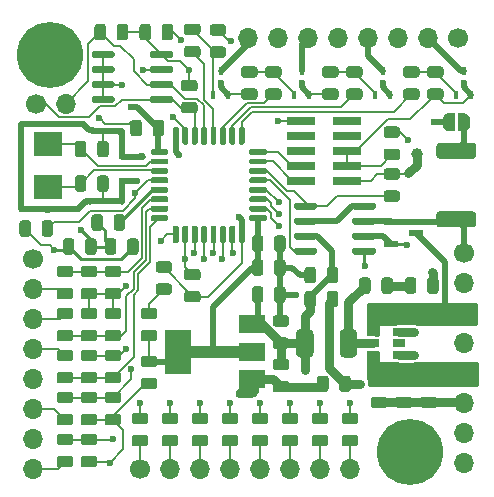
<source format=gtl>
%TF.GenerationSoftware,KiCad,Pcbnew,(5.1.6)-1*%
%TF.CreationDate,2020-12-03T23:45:43-06:00*%
%TF.ProjectId,CANBoard,43414e42-6f61-4726-942e-6b696361645f,v1*%
%TF.SameCoordinates,Original*%
%TF.FileFunction,Copper,L1,Top*%
%TF.FilePolarity,Positive*%
%FSLAX46Y46*%
G04 Gerber Fmt 4.6, Leading zero omitted, Abs format (unit mm)*
G04 Created by KiCad (PCBNEW (5.1.6)-1) date 2020-12-03 23:45:43*
%MOMM*%
%LPD*%
G01*
G04 APERTURE LIST*
%TA.AperFunction,ComponentPad*%
%ADD10O,1.700000X1.700000*%
%TD*%
%TA.AperFunction,ComponentPad*%
%ADD11C,1.700000*%
%TD*%
%TA.AperFunction,SMDPad,CuDef*%
%ADD12C,1.000000*%
%TD*%
%TA.AperFunction,ComponentPad*%
%ADD13C,5.600000*%
%TD*%
%TA.AperFunction,SMDPad,CuDef*%
%ADD14R,2.200000X3.800000*%
%TD*%
%TA.AperFunction,SMDPad,CuDef*%
%ADD15R,2.200000X1.500000*%
%TD*%
%TA.AperFunction,SMDPad,CuDef*%
%ADD16R,1.060000X0.650000*%
%TD*%
%TA.AperFunction,SMDPad,CuDef*%
%ADD17R,2.400000X2.000000*%
%TD*%
%TA.AperFunction,SMDPad,CuDef*%
%ADD18R,0.450000X0.700000*%
%TD*%
%TA.AperFunction,SMDPad,CuDef*%
%ADD19C,0.100000*%
%TD*%
%TA.AperFunction,SMDPad,CuDef*%
%ADD20R,2.400000X0.740000*%
%TD*%
%TA.AperFunction,SMDPad,CuDef*%
%ADD21R,1.300000X0.600000*%
%TD*%
%TA.AperFunction,ViaPad*%
%ADD22C,0.600000*%
%TD*%
%TA.AperFunction,Conductor*%
%ADD23C,0.508000*%
%TD*%
%TA.AperFunction,Conductor*%
%ADD24C,0.762000*%
%TD*%
%TA.AperFunction,Conductor*%
%ADD25C,0.152400*%
%TD*%
%TA.AperFunction,Conductor*%
%ADD26C,0.250000*%
%TD*%
%TA.AperFunction,Conductor*%
%ADD27C,1.016000*%
%TD*%
%TA.AperFunction,Conductor*%
%ADD28C,0.254000*%
%TD*%
G04 APERTURE END LIST*
%TA.AperFunction,SMDPad,CuDef*%
G36*
G01*
X129083750Y-89477000D02*
X129996250Y-89477000D01*
G75*
G02*
X130240000Y-89720750I0J-243750D01*
G01*
X130240000Y-90208250D01*
G75*
G02*
X129996250Y-90452000I-243750J0D01*
G01*
X129083750Y-90452000D01*
G75*
G02*
X128840000Y-90208250I0J243750D01*
G01*
X128840000Y-89720750D01*
G75*
G02*
X129083750Y-89477000I243750J0D01*
G01*
G37*
%TD.AperFunction*%
%TA.AperFunction,SMDPad,CuDef*%
G36*
G01*
X129083750Y-87602000D02*
X129996250Y-87602000D01*
G75*
G02*
X130240000Y-87845750I0J-243750D01*
G01*
X130240000Y-88333250D01*
G75*
G02*
X129996250Y-88577000I-243750J0D01*
G01*
X129083750Y-88577000D01*
G75*
G02*
X128840000Y-88333250I0J243750D01*
G01*
X128840000Y-87845750D01*
G75*
G02*
X129083750Y-87602000I243750J0D01*
G01*
G37*
%TD.AperFunction*%
%TA.AperFunction,SMDPad,CuDef*%
G36*
G01*
X130353750Y-85540000D02*
X131266250Y-85540000D01*
G75*
G02*
X131510000Y-85783750I0J-243750D01*
G01*
X131510000Y-86271250D01*
G75*
G02*
X131266250Y-86515000I-243750J0D01*
G01*
X130353750Y-86515000D01*
G75*
G02*
X130110000Y-86271250I0J243750D01*
G01*
X130110000Y-85783750D01*
G75*
G02*
X130353750Y-85540000I243750J0D01*
G01*
G37*
%TD.AperFunction*%
%TA.AperFunction,SMDPad,CuDef*%
G36*
G01*
X130353750Y-83665000D02*
X131266250Y-83665000D01*
G75*
G02*
X131510000Y-83908750I0J-243750D01*
G01*
X131510000Y-84396250D01*
G75*
G02*
X131266250Y-84640000I-243750J0D01*
G01*
X130353750Y-84640000D01*
G75*
G02*
X130110000Y-84396250I0J243750D01*
G01*
X130110000Y-83908750D01*
G75*
G02*
X130353750Y-83665000I243750J0D01*
G01*
G37*
%TD.AperFunction*%
D10*
X137922000Y-64770000D03*
X140462000Y-64770000D03*
X143002000Y-64770000D03*
X145542000Y-64770000D03*
X148082000Y-64770000D03*
X150622000Y-64770000D03*
X153162000Y-64770000D03*
D11*
X155702000Y-64770000D03*
D10*
X122491500Y-70358000D03*
D11*
X119951500Y-70358000D03*
D10*
X156210000Y-100711000D03*
X156210000Y-98171000D03*
X156210000Y-95631000D03*
X156210000Y-93091000D03*
X156210000Y-90551000D03*
X156210000Y-88011000D03*
X156210000Y-85471000D03*
D11*
X156210000Y-82931000D03*
D10*
X119761000Y-101219000D03*
X119761000Y-98679000D03*
X119761000Y-96139000D03*
X119761000Y-93599000D03*
X119761000Y-91059000D03*
X119761000Y-88519000D03*
X119761000Y-85979000D03*
D11*
X119761000Y-83439000D03*
D10*
X146558000Y-101219000D03*
X144018000Y-101219000D03*
X141478000Y-101219000D03*
X138938000Y-101219000D03*
X136398000Y-101219000D03*
X133858000Y-101219000D03*
X131318000Y-101219000D03*
D11*
X128778000Y-101219000D03*
D12*
X152209500Y-74549000D03*
%TA.AperFunction,SMDPad,CuDef*%
G36*
G01*
X146814500Y-91814500D02*
X146064500Y-91814500D01*
G75*
G02*
X145689500Y-91439500I0J375000D01*
G01*
X145689500Y-89789500D01*
G75*
G02*
X146064500Y-89414500I375000J0D01*
G01*
X146814500Y-89414500D01*
G75*
G02*
X147189500Y-89789500I0J-375000D01*
G01*
X147189500Y-91439500D01*
G75*
G02*
X146814500Y-91814500I-375000J0D01*
G01*
G37*
%TD.AperFunction*%
%TA.AperFunction,SMDPad,CuDef*%
G36*
G01*
X143114500Y-91814500D02*
X142364500Y-91814500D01*
G75*
G02*
X141989500Y-91439500I0J375000D01*
G01*
X141989500Y-89789500D01*
G75*
G02*
X142364500Y-89414500I375000J0D01*
G01*
X143114500Y-89414500D01*
G75*
G02*
X143489500Y-89789500I0J-375000D01*
G01*
X143489500Y-91439500D01*
G75*
G02*
X143114500Y-91814500I-375000J0D01*
G01*
G37*
%TD.AperFunction*%
%TA.AperFunction,SMDPad,CuDef*%
G36*
G01*
X126815000Y-64718250D02*
X126815000Y-63805750D01*
G75*
G02*
X127058750Y-63562000I243750J0D01*
G01*
X127546250Y-63562000D01*
G75*
G02*
X127790000Y-63805750I0J-243750D01*
G01*
X127790000Y-64718250D01*
G75*
G02*
X127546250Y-64962000I-243750J0D01*
G01*
X127058750Y-64962000D01*
G75*
G02*
X126815000Y-64718250I0J243750D01*
G01*
G37*
%TD.AperFunction*%
%TA.AperFunction,SMDPad,CuDef*%
G36*
G01*
X124940000Y-64718250D02*
X124940000Y-63805750D01*
G75*
G02*
X125183750Y-63562000I243750J0D01*
G01*
X125671250Y-63562000D01*
G75*
G02*
X125915000Y-63805750I0J-243750D01*
G01*
X125915000Y-64718250D01*
G75*
G02*
X125671250Y-64962000I-243750J0D01*
G01*
X125183750Y-64962000D01*
G75*
G02*
X124940000Y-64718250I0J243750D01*
G01*
G37*
%TD.AperFunction*%
%TA.AperFunction,SMDPad,CuDef*%
G36*
G01*
X133425250Y-69273000D02*
X132512750Y-69273000D01*
G75*
G02*
X132269000Y-69029250I0J243750D01*
G01*
X132269000Y-68541750D01*
G75*
G02*
X132512750Y-68298000I243750J0D01*
G01*
X133425250Y-68298000D01*
G75*
G02*
X133669000Y-68541750I0J-243750D01*
G01*
X133669000Y-69029250D01*
G75*
G02*
X133425250Y-69273000I-243750J0D01*
G01*
G37*
%TD.AperFunction*%
%TA.AperFunction,SMDPad,CuDef*%
G36*
G01*
X133425250Y-71148000D02*
X132512750Y-71148000D01*
G75*
G02*
X132269000Y-70904250I0J243750D01*
G01*
X132269000Y-70416750D01*
G75*
G02*
X132512750Y-70173000I243750J0D01*
G01*
X133425250Y-70173000D01*
G75*
G02*
X133669000Y-70416750I0J-243750D01*
G01*
X133669000Y-70904250D01*
G75*
G02*
X133425250Y-71148000I-243750J0D01*
G01*
G37*
%TD.AperFunction*%
%TA.AperFunction,SMDPad,CuDef*%
G36*
G01*
X146788000Y-79144000D02*
X146788000Y-78844000D01*
G75*
G02*
X146938000Y-78694000I150000J0D01*
G01*
X148588000Y-78694000D01*
G75*
G02*
X148738000Y-78844000I0J-150000D01*
G01*
X148738000Y-79144000D01*
G75*
G02*
X148588000Y-79294000I-150000J0D01*
G01*
X146938000Y-79294000D01*
G75*
G02*
X146788000Y-79144000I0J150000D01*
G01*
G37*
%TD.AperFunction*%
%TA.AperFunction,SMDPad,CuDef*%
G36*
G01*
X146788000Y-80414000D02*
X146788000Y-80114000D01*
G75*
G02*
X146938000Y-79964000I150000J0D01*
G01*
X148588000Y-79964000D01*
G75*
G02*
X148738000Y-80114000I0J-150000D01*
G01*
X148738000Y-80414000D01*
G75*
G02*
X148588000Y-80564000I-150000J0D01*
G01*
X146938000Y-80564000D01*
G75*
G02*
X146788000Y-80414000I0J150000D01*
G01*
G37*
%TD.AperFunction*%
%TA.AperFunction,SMDPad,CuDef*%
G36*
G01*
X146788000Y-81684000D02*
X146788000Y-81384000D01*
G75*
G02*
X146938000Y-81234000I150000J0D01*
G01*
X148588000Y-81234000D01*
G75*
G02*
X148738000Y-81384000I0J-150000D01*
G01*
X148738000Y-81684000D01*
G75*
G02*
X148588000Y-81834000I-150000J0D01*
G01*
X146938000Y-81834000D01*
G75*
G02*
X146788000Y-81684000I0J150000D01*
G01*
G37*
%TD.AperFunction*%
%TA.AperFunction,SMDPad,CuDef*%
G36*
G01*
X146788000Y-82954000D02*
X146788000Y-82654000D01*
G75*
G02*
X146938000Y-82504000I150000J0D01*
G01*
X148588000Y-82504000D01*
G75*
G02*
X148738000Y-82654000I0J-150000D01*
G01*
X148738000Y-82954000D01*
G75*
G02*
X148588000Y-83104000I-150000J0D01*
G01*
X146938000Y-83104000D01*
G75*
G02*
X146788000Y-82954000I0J150000D01*
G01*
G37*
%TD.AperFunction*%
%TA.AperFunction,SMDPad,CuDef*%
G36*
G01*
X141838000Y-82954000D02*
X141838000Y-82654000D01*
G75*
G02*
X141988000Y-82504000I150000J0D01*
G01*
X143638000Y-82504000D01*
G75*
G02*
X143788000Y-82654000I0J-150000D01*
G01*
X143788000Y-82954000D01*
G75*
G02*
X143638000Y-83104000I-150000J0D01*
G01*
X141988000Y-83104000D01*
G75*
G02*
X141838000Y-82954000I0J150000D01*
G01*
G37*
%TD.AperFunction*%
%TA.AperFunction,SMDPad,CuDef*%
G36*
G01*
X141838000Y-81684000D02*
X141838000Y-81384000D01*
G75*
G02*
X141988000Y-81234000I150000J0D01*
G01*
X143638000Y-81234000D01*
G75*
G02*
X143788000Y-81384000I0J-150000D01*
G01*
X143788000Y-81684000D01*
G75*
G02*
X143638000Y-81834000I-150000J0D01*
G01*
X141988000Y-81834000D01*
G75*
G02*
X141838000Y-81684000I0J150000D01*
G01*
G37*
%TD.AperFunction*%
%TA.AperFunction,SMDPad,CuDef*%
G36*
G01*
X141838000Y-80414000D02*
X141838000Y-80114000D01*
G75*
G02*
X141988000Y-79964000I150000J0D01*
G01*
X143638000Y-79964000D01*
G75*
G02*
X143788000Y-80114000I0J-150000D01*
G01*
X143788000Y-80414000D01*
G75*
G02*
X143638000Y-80564000I-150000J0D01*
G01*
X141988000Y-80564000D01*
G75*
G02*
X141838000Y-80414000I0J150000D01*
G01*
G37*
%TD.AperFunction*%
%TA.AperFunction,SMDPad,CuDef*%
G36*
G01*
X141838000Y-79144000D02*
X141838000Y-78844000D01*
G75*
G02*
X141988000Y-78694000I150000J0D01*
G01*
X143638000Y-78694000D01*
G75*
G02*
X143788000Y-78844000I0J-150000D01*
G01*
X143788000Y-79144000D01*
G75*
G02*
X143638000Y-79294000I-150000J0D01*
G01*
X141988000Y-79294000D01*
G75*
G02*
X141838000Y-79144000I0J150000D01*
G01*
G37*
%TD.AperFunction*%
D13*
X121158000Y-66167000D03*
X151638000Y-99822000D03*
D14*
X131978000Y-91313000D03*
D15*
X138278000Y-93613000D03*
X138278000Y-91313000D03*
X138278000Y-89013000D03*
%TA.AperFunction,SMDPad,CuDef*%
G36*
G01*
X129083750Y-93541000D02*
X129996250Y-93541000D01*
G75*
G02*
X130240000Y-93784750I0J-243750D01*
G01*
X130240000Y-94272250D01*
G75*
G02*
X129996250Y-94516000I-243750J0D01*
G01*
X129083750Y-94516000D01*
G75*
G02*
X128840000Y-94272250I0J243750D01*
G01*
X128840000Y-93784750D01*
G75*
G02*
X129083750Y-93541000I243750J0D01*
G01*
G37*
%TD.AperFunction*%
%TA.AperFunction,SMDPad,CuDef*%
G36*
G01*
X129083750Y-91666000D02*
X129996250Y-91666000D01*
G75*
G02*
X130240000Y-91909750I0J-243750D01*
G01*
X130240000Y-92397250D01*
G75*
G02*
X129996250Y-92641000I-243750J0D01*
G01*
X129083750Y-92641000D01*
G75*
G02*
X128840000Y-92397250I0J243750D01*
G01*
X128840000Y-91909750D01*
G75*
G02*
X129083750Y-91666000I243750J0D01*
G01*
G37*
%TD.AperFunction*%
%TA.AperFunction,SMDPad,CuDef*%
G36*
G01*
X140150000Y-86943250D02*
X140150000Y-86030750D01*
G75*
G02*
X140393750Y-85787000I243750J0D01*
G01*
X140881250Y-85787000D01*
G75*
G02*
X141125000Y-86030750I0J-243750D01*
G01*
X141125000Y-86943250D01*
G75*
G02*
X140881250Y-87187000I-243750J0D01*
G01*
X140393750Y-87187000D01*
G75*
G02*
X140150000Y-86943250I0J243750D01*
G01*
G37*
%TD.AperFunction*%
%TA.AperFunction,SMDPad,CuDef*%
G36*
G01*
X138275000Y-86943250D02*
X138275000Y-86030750D01*
G75*
G02*
X138518750Y-85787000I243750J0D01*
G01*
X139006250Y-85787000D01*
G75*
G02*
X139250000Y-86030750I0J-243750D01*
G01*
X139250000Y-86943250D01*
G75*
G02*
X139006250Y-87187000I-243750J0D01*
G01*
X138518750Y-87187000D01*
G75*
G02*
X138275000Y-86943250I0J243750D01*
G01*
G37*
%TD.AperFunction*%
D16*
X150706000Y-90614500D03*
X150706000Y-89664500D03*
X150706000Y-91564500D03*
X148506000Y-91564500D03*
X148506000Y-90614500D03*
X148506000Y-89664500D03*
%TA.AperFunction,SMDPad,CuDef*%
G36*
G01*
X145659500Y-94499750D02*
X145659500Y-93587250D01*
G75*
G02*
X145903250Y-93343500I243750J0D01*
G01*
X146390750Y-93343500D01*
G75*
G02*
X146634500Y-93587250I0J-243750D01*
G01*
X146634500Y-94499750D01*
G75*
G02*
X146390750Y-94743500I-243750J0D01*
G01*
X145903250Y-94743500D01*
G75*
G02*
X145659500Y-94499750I0J243750D01*
G01*
G37*
%TD.AperFunction*%
%TA.AperFunction,SMDPad,CuDef*%
G36*
G01*
X143784500Y-94499750D02*
X143784500Y-93587250D01*
G75*
G02*
X144028250Y-93343500I243750J0D01*
G01*
X144515750Y-93343500D01*
G75*
G02*
X144759500Y-93587250I0J-243750D01*
G01*
X144759500Y-94499750D01*
G75*
G02*
X144515750Y-94743500I-243750J0D01*
G01*
X144028250Y-94743500D01*
G75*
G02*
X143784500Y-94499750I0J243750D01*
G01*
G37*
%TD.AperFunction*%
%TA.AperFunction,SMDPad,CuDef*%
G36*
G01*
X143695000Y-86411750D02*
X143695000Y-87324250D01*
G75*
G02*
X143451250Y-87568000I-243750J0D01*
G01*
X142963750Y-87568000D01*
G75*
G02*
X142720000Y-87324250I0J243750D01*
G01*
X142720000Y-86411750D01*
G75*
G02*
X142963750Y-86168000I243750J0D01*
G01*
X143451250Y-86168000D01*
G75*
G02*
X143695000Y-86411750I0J-243750D01*
G01*
G37*
%TD.AperFunction*%
%TA.AperFunction,SMDPad,CuDef*%
G36*
G01*
X145570000Y-86411750D02*
X145570000Y-87324250D01*
G75*
G02*
X145326250Y-87568000I-243750J0D01*
G01*
X144838750Y-87568000D01*
G75*
G02*
X144595000Y-87324250I0J243750D01*
G01*
X144595000Y-86411750D01*
G75*
G02*
X144838750Y-86168000I243750J0D01*
G01*
X145326250Y-86168000D01*
G75*
G02*
X145570000Y-86411750I0J-243750D01*
G01*
G37*
%TD.AperFunction*%
%TA.AperFunction,SMDPad,CuDef*%
G36*
G01*
X153104000Y-86181250D02*
X153104000Y-85268750D01*
G75*
G02*
X153347750Y-85025000I243750J0D01*
G01*
X153835250Y-85025000D01*
G75*
G02*
X154079000Y-85268750I0J-243750D01*
G01*
X154079000Y-86181250D01*
G75*
G02*
X153835250Y-86425000I-243750J0D01*
G01*
X153347750Y-86425000D01*
G75*
G02*
X153104000Y-86181250I0J243750D01*
G01*
G37*
%TD.AperFunction*%
%TA.AperFunction,SMDPad,CuDef*%
G36*
G01*
X151229000Y-86181250D02*
X151229000Y-85268750D01*
G75*
G02*
X151472750Y-85025000I243750J0D01*
G01*
X151960250Y-85025000D01*
G75*
G02*
X152204000Y-85268750I0J-243750D01*
G01*
X152204000Y-86181250D01*
G75*
G02*
X151960250Y-86425000I-243750J0D01*
G01*
X151472750Y-86425000D01*
G75*
G02*
X151229000Y-86181250I0J243750D01*
G01*
G37*
%TD.AperFunction*%
%TA.AperFunction,SMDPad,CuDef*%
G36*
G01*
X140259750Y-93795000D02*
X141172250Y-93795000D01*
G75*
G02*
X141416000Y-94038750I0J-243750D01*
G01*
X141416000Y-94526250D01*
G75*
G02*
X141172250Y-94770000I-243750J0D01*
G01*
X140259750Y-94770000D01*
G75*
G02*
X140016000Y-94526250I0J243750D01*
G01*
X140016000Y-94038750D01*
G75*
G02*
X140259750Y-93795000I243750J0D01*
G01*
G37*
%TD.AperFunction*%
%TA.AperFunction,SMDPad,CuDef*%
G36*
G01*
X140259750Y-91920000D02*
X141172250Y-91920000D01*
G75*
G02*
X141416000Y-92163750I0J-243750D01*
G01*
X141416000Y-92651250D01*
G75*
G02*
X141172250Y-92895000I-243750J0D01*
G01*
X140259750Y-92895000D01*
G75*
G02*
X140016000Y-92651250I0J243750D01*
G01*
X140016000Y-92163750D01*
G75*
G02*
X140259750Y-91920000I243750J0D01*
G01*
G37*
%TD.AperFunction*%
%TA.AperFunction,SMDPad,CuDef*%
G36*
G01*
X141172250Y-89212000D02*
X140259750Y-89212000D01*
G75*
G02*
X140016000Y-88968250I0J243750D01*
G01*
X140016000Y-88480750D01*
G75*
G02*
X140259750Y-88237000I243750J0D01*
G01*
X141172250Y-88237000D01*
G75*
G02*
X141416000Y-88480750I0J-243750D01*
G01*
X141416000Y-88968250D01*
G75*
G02*
X141172250Y-89212000I-243750J0D01*
G01*
G37*
%TD.AperFunction*%
%TA.AperFunction,SMDPad,CuDef*%
G36*
G01*
X141172250Y-91087000D02*
X140259750Y-91087000D01*
G75*
G02*
X140016000Y-90843250I0J243750D01*
G01*
X140016000Y-90355750D01*
G75*
G02*
X140259750Y-90112000I243750J0D01*
G01*
X141172250Y-90112000D01*
G75*
G02*
X141416000Y-90355750I0J-243750D01*
G01*
X141416000Y-90843250D01*
G75*
G02*
X141172250Y-91087000I-243750J0D01*
G01*
G37*
%TD.AperFunction*%
%TA.AperFunction,SMDPad,CuDef*%
G36*
G01*
X149230500Y-86181250D02*
X149230500Y-85268750D01*
G75*
G02*
X149474250Y-85025000I243750J0D01*
G01*
X149961750Y-85025000D01*
G75*
G02*
X150205500Y-85268750I0J-243750D01*
G01*
X150205500Y-86181250D01*
G75*
G02*
X149961750Y-86425000I-243750J0D01*
G01*
X149474250Y-86425000D01*
G75*
G02*
X149230500Y-86181250I0J243750D01*
G01*
G37*
%TD.AperFunction*%
%TA.AperFunction,SMDPad,CuDef*%
G36*
G01*
X147355500Y-86181250D02*
X147355500Y-85268750D01*
G75*
G02*
X147599250Y-85025000I243750J0D01*
G01*
X148086750Y-85025000D01*
G75*
G02*
X148330500Y-85268750I0J-243750D01*
G01*
X148330500Y-86181250D01*
G75*
G02*
X148086750Y-86425000I-243750J0D01*
G01*
X147599250Y-86425000D01*
G75*
G02*
X147355500Y-86181250I0J243750D01*
G01*
G37*
%TD.AperFunction*%
%TA.AperFunction,SMDPad,CuDef*%
G36*
G01*
X150673750Y-95128500D02*
X151586250Y-95128500D01*
G75*
G02*
X151830000Y-95372250I0J-243750D01*
G01*
X151830000Y-95859750D01*
G75*
G02*
X151586250Y-96103500I-243750J0D01*
G01*
X150673750Y-96103500D01*
G75*
G02*
X150430000Y-95859750I0J243750D01*
G01*
X150430000Y-95372250D01*
G75*
G02*
X150673750Y-95128500I243750J0D01*
G01*
G37*
%TD.AperFunction*%
%TA.AperFunction,SMDPad,CuDef*%
G36*
G01*
X150673750Y-93253500D02*
X151586250Y-93253500D01*
G75*
G02*
X151830000Y-93497250I0J-243750D01*
G01*
X151830000Y-93984750D01*
G75*
G02*
X151586250Y-94228500I-243750J0D01*
G01*
X150673750Y-94228500D01*
G75*
G02*
X150430000Y-93984750I0J243750D01*
G01*
X150430000Y-93497250D01*
G75*
G02*
X150673750Y-93253500I243750J0D01*
G01*
G37*
%TD.AperFunction*%
%TA.AperFunction,SMDPad,CuDef*%
G36*
G01*
X152769250Y-95128500D02*
X153681750Y-95128500D01*
G75*
G02*
X153925500Y-95372250I0J-243750D01*
G01*
X153925500Y-95859750D01*
G75*
G02*
X153681750Y-96103500I-243750J0D01*
G01*
X152769250Y-96103500D01*
G75*
G02*
X152525500Y-95859750I0J243750D01*
G01*
X152525500Y-95372250D01*
G75*
G02*
X152769250Y-95128500I243750J0D01*
G01*
G37*
%TD.AperFunction*%
%TA.AperFunction,SMDPad,CuDef*%
G36*
G01*
X152769250Y-93253500D02*
X153681750Y-93253500D01*
G75*
G02*
X153925500Y-93497250I0J-243750D01*
G01*
X153925500Y-93984750D01*
G75*
G02*
X153681750Y-94228500I-243750J0D01*
G01*
X152769250Y-94228500D01*
G75*
G02*
X152525500Y-93984750I0J243750D01*
G01*
X152525500Y-93497250D01*
G75*
G02*
X152769250Y-93253500I243750J0D01*
G01*
G37*
%TD.AperFunction*%
%TA.AperFunction,SMDPad,CuDef*%
G36*
G01*
X148578250Y-95128500D02*
X149490750Y-95128500D01*
G75*
G02*
X149734500Y-95372250I0J-243750D01*
G01*
X149734500Y-95859750D01*
G75*
G02*
X149490750Y-96103500I-243750J0D01*
G01*
X148578250Y-96103500D01*
G75*
G02*
X148334500Y-95859750I0J243750D01*
G01*
X148334500Y-95372250D01*
G75*
G02*
X148578250Y-95128500I243750J0D01*
G01*
G37*
%TD.AperFunction*%
%TA.AperFunction,SMDPad,CuDef*%
G36*
G01*
X148578250Y-93253500D02*
X149490750Y-93253500D01*
G75*
G02*
X149734500Y-93497250I0J-243750D01*
G01*
X149734500Y-93984750D01*
G75*
G02*
X149490750Y-94228500I-243750J0D01*
G01*
X148578250Y-94228500D01*
G75*
G02*
X148334500Y-93984750I0J243750D01*
G01*
X148334500Y-93497250D01*
G75*
G02*
X148578250Y-93253500I243750J0D01*
G01*
G37*
%TD.AperFunction*%
%TA.AperFunction,SMDPad,CuDef*%
G36*
G01*
X157000001Y-74991000D02*
X154149999Y-74991000D01*
G75*
G02*
X153900000Y-74741001I0J249999D01*
G01*
X153900000Y-73890999D01*
G75*
G02*
X154149999Y-73641000I249999J0D01*
G01*
X157000001Y-73641000D01*
G75*
G02*
X157250000Y-73890999I0J-249999D01*
G01*
X157250000Y-74741001D01*
G75*
G02*
X157000001Y-74991000I-249999J0D01*
G01*
G37*
%TD.AperFunction*%
%TA.AperFunction,SMDPad,CuDef*%
G36*
G01*
X157000001Y-80791000D02*
X154149999Y-80791000D01*
G75*
G02*
X153900000Y-80541001I0J249999D01*
G01*
X153900000Y-79690999D01*
G75*
G02*
X154149999Y-79441000I249999J0D01*
G01*
X157000001Y-79441000D01*
G75*
G02*
X157250000Y-79690999I0J-249999D01*
G01*
X157250000Y-80541001D01*
G75*
G02*
X157000001Y-80791000I-249999J0D01*
G01*
G37*
%TD.AperFunction*%
D17*
X121031000Y-77415000D03*
X121031000Y-73715000D03*
%TA.AperFunction,SMDPad,CuDef*%
G36*
G01*
X129643000Y-66317000D02*
X129643000Y-66017000D01*
G75*
G02*
X129793000Y-65867000I150000J0D01*
G01*
X131443000Y-65867000D01*
G75*
G02*
X131593000Y-66017000I0J-150000D01*
G01*
X131593000Y-66317000D01*
G75*
G02*
X131443000Y-66467000I-150000J0D01*
G01*
X129793000Y-66467000D01*
G75*
G02*
X129643000Y-66317000I0J150000D01*
G01*
G37*
%TD.AperFunction*%
%TA.AperFunction,SMDPad,CuDef*%
G36*
G01*
X129643000Y-67587000D02*
X129643000Y-67287000D01*
G75*
G02*
X129793000Y-67137000I150000J0D01*
G01*
X131443000Y-67137000D01*
G75*
G02*
X131593000Y-67287000I0J-150000D01*
G01*
X131593000Y-67587000D01*
G75*
G02*
X131443000Y-67737000I-150000J0D01*
G01*
X129793000Y-67737000D01*
G75*
G02*
X129643000Y-67587000I0J150000D01*
G01*
G37*
%TD.AperFunction*%
%TA.AperFunction,SMDPad,CuDef*%
G36*
G01*
X129643000Y-68857000D02*
X129643000Y-68557000D01*
G75*
G02*
X129793000Y-68407000I150000J0D01*
G01*
X131443000Y-68407000D01*
G75*
G02*
X131593000Y-68557000I0J-150000D01*
G01*
X131593000Y-68857000D01*
G75*
G02*
X131443000Y-69007000I-150000J0D01*
G01*
X129793000Y-69007000D01*
G75*
G02*
X129643000Y-68857000I0J150000D01*
G01*
G37*
%TD.AperFunction*%
%TA.AperFunction,SMDPad,CuDef*%
G36*
G01*
X129643000Y-70127000D02*
X129643000Y-69827000D01*
G75*
G02*
X129793000Y-69677000I150000J0D01*
G01*
X131443000Y-69677000D01*
G75*
G02*
X131593000Y-69827000I0J-150000D01*
G01*
X131593000Y-70127000D01*
G75*
G02*
X131443000Y-70277000I-150000J0D01*
G01*
X129793000Y-70277000D01*
G75*
G02*
X129643000Y-70127000I0J150000D01*
G01*
G37*
%TD.AperFunction*%
%TA.AperFunction,SMDPad,CuDef*%
G36*
G01*
X124693000Y-70127000D02*
X124693000Y-69827000D01*
G75*
G02*
X124843000Y-69677000I150000J0D01*
G01*
X126493000Y-69677000D01*
G75*
G02*
X126643000Y-69827000I0J-150000D01*
G01*
X126643000Y-70127000D01*
G75*
G02*
X126493000Y-70277000I-150000J0D01*
G01*
X124843000Y-70277000D01*
G75*
G02*
X124693000Y-70127000I0J150000D01*
G01*
G37*
%TD.AperFunction*%
%TA.AperFunction,SMDPad,CuDef*%
G36*
G01*
X124693000Y-68857000D02*
X124693000Y-68557000D01*
G75*
G02*
X124843000Y-68407000I150000J0D01*
G01*
X126493000Y-68407000D01*
G75*
G02*
X126643000Y-68557000I0J-150000D01*
G01*
X126643000Y-68857000D01*
G75*
G02*
X126493000Y-69007000I-150000J0D01*
G01*
X124843000Y-69007000D01*
G75*
G02*
X124693000Y-68857000I0J150000D01*
G01*
G37*
%TD.AperFunction*%
%TA.AperFunction,SMDPad,CuDef*%
G36*
G01*
X124693000Y-67587000D02*
X124693000Y-67287000D01*
G75*
G02*
X124843000Y-67137000I150000J0D01*
G01*
X126493000Y-67137000D01*
G75*
G02*
X126643000Y-67287000I0J-150000D01*
G01*
X126643000Y-67587000D01*
G75*
G02*
X126493000Y-67737000I-150000J0D01*
G01*
X124843000Y-67737000D01*
G75*
G02*
X124693000Y-67587000I0J150000D01*
G01*
G37*
%TD.AperFunction*%
%TA.AperFunction,SMDPad,CuDef*%
G36*
G01*
X124693000Y-66317000D02*
X124693000Y-66017000D01*
G75*
G02*
X124843000Y-65867000I150000J0D01*
G01*
X126493000Y-65867000D01*
G75*
G02*
X126643000Y-66017000I0J-150000D01*
G01*
X126643000Y-66317000D01*
G75*
G02*
X126493000Y-66467000I-150000J0D01*
G01*
X124843000Y-66467000D01*
G75*
G02*
X124693000Y-66317000I0J150000D01*
G01*
G37*
%TD.AperFunction*%
%TA.AperFunction,SMDPad,CuDef*%
G36*
G01*
X131570000Y-73666000D02*
X131570000Y-72416000D01*
G75*
G02*
X131695000Y-72291000I125000J0D01*
G01*
X131945000Y-72291000D01*
G75*
G02*
X132070000Y-72416000I0J-125000D01*
G01*
X132070000Y-73666000D01*
G75*
G02*
X131945000Y-73791000I-125000J0D01*
G01*
X131695000Y-73791000D01*
G75*
G02*
X131570000Y-73666000I0J125000D01*
G01*
G37*
%TD.AperFunction*%
%TA.AperFunction,SMDPad,CuDef*%
G36*
G01*
X132370000Y-73666000D02*
X132370000Y-72416000D01*
G75*
G02*
X132495000Y-72291000I125000J0D01*
G01*
X132745000Y-72291000D01*
G75*
G02*
X132870000Y-72416000I0J-125000D01*
G01*
X132870000Y-73666000D01*
G75*
G02*
X132745000Y-73791000I-125000J0D01*
G01*
X132495000Y-73791000D01*
G75*
G02*
X132370000Y-73666000I0J125000D01*
G01*
G37*
%TD.AperFunction*%
%TA.AperFunction,SMDPad,CuDef*%
G36*
G01*
X133170000Y-73666000D02*
X133170000Y-72416000D01*
G75*
G02*
X133295000Y-72291000I125000J0D01*
G01*
X133545000Y-72291000D01*
G75*
G02*
X133670000Y-72416000I0J-125000D01*
G01*
X133670000Y-73666000D01*
G75*
G02*
X133545000Y-73791000I-125000J0D01*
G01*
X133295000Y-73791000D01*
G75*
G02*
X133170000Y-73666000I0J125000D01*
G01*
G37*
%TD.AperFunction*%
%TA.AperFunction,SMDPad,CuDef*%
G36*
G01*
X133970000Y-73666000D02*
X133970000Y-72416000D01*
G75*
G02*
X134095000Y-72291000I125000J0D01*
G01*
X134345000Y-72291000D01*
G75*
G02*
X134470000Y-72416000I0J-125000D01*
G01*
X134470000Y-73666000D01*
G75*
G02*
X134345000Y-73791000I-125000J0D01*
G01*
X134095000Y-73791000D01*
G75*
G02*
X133970000Y-73666000I0J125000D01*
G01*
G37*
%TD.AperFunction*%
%TA.AperFunction,SMDPad,CuDef*%
G36*
G01*
X134770000Y-73666000D02*
X134770000Y-72416000D01*
G75*
G02*
X134895000Y-72291000I125000J0D01*
G01*
X135145000Y-72291000D01*
G75*
G02*
X135270000Y-72416000I0J-125000D01*
G01*
X135270000Y-73666000D01*
G75*
G02*
X135145000Y-73791000I-125000J0D01*
G01*
X134895000Y-73791000D01*
G75*
G02*
X134770000Y-73666000I0J125000D01*
G01*
G37*
%TD.AperFunction*%
%TA.AperFunction,SMDPad,CuDef*%
G36*
G01*
X135570000Y-73666000D02*
X135570000Y-72416000D01*
G75*
G02*
X135695000Y-72291000I125000J0D01*
G01*
X135945000Y-72291000D01*
G75*
G02*
X136070000Y-72416000I0J-125000D01*
G01*
X136070000Y-73666000D01*
G75*
G02*
X135945000Y-73791000I-125000J0D01*
G01*
X135695000Y-73791000D01*
G75*
G02*
X135570000Y-73666000I0J125000D01*
G01*
G37*
%TD.AperFunction*%
%TA.AperFunction,SMDPad,CuDef*%
G36*
G01*
X136370000Y-73666000D02*
X136370000Y-72416000D01*
G75*
G02*
X136495000Y-72291000I125000J0D01*
G01*
X136745000Y-72291000D01*
G75*
G02*
X136870000Y-72416000I0J-125000D01*
G01*
X136870000Y-73666000D01*
G75*
G02*
X136745000Y-73791000I-125000J0D01*
G01*
X136495000Y-73791000D01*
G75*
G02*
X136370000Y-73666000I0J125000D01*
G01*
G37*
%TD.AperFunction*%
%TA.AperFunction,SMDPad,CuDef*%
G36*
G01*
X137170000Y-73666000D02*
X137170000Y-72416000D01*
G75*
G02*
X137295000Y-72291000I125000J0D01*
G01*
X137545000Y-72291000D01*
G75*
G02*
X137670000Y-72416000I0J-125000D01*
G01*
X137670000Y-73666000D01*
G75*
G02*
X137545000Y-73791000I-125000J0D01*
G01*
X137295000Y-73791000D01*
G75*
G02*
X137170000Y-73666000I0J125000D01*
G01*
G37*
%TD.AperFunction*%
%TA.AperFunction,SMDPad,CuDef*%
G36*
G01*
X138045000Y-74541000D02*
X138045000Y-74291000D01*
G75*
G02*
X138170000Y-74166000I125000J0D01*
G01*
X139420000Y-74166000D01*
G75*
G02*
X139545000Y-74291000I0J-125000D01*
G01*
X139545000Y-74541000D01*
G75*
G02*
X139420000Y-74666000I-125000J0D01*
G01*
X138170000Y-74666000D01*
G75*
G02*
X138045000Y-74541000I0J125000D01*
G01*
G37*
%TD.AperFunction*%
%TA.AperFunction,SMDPad,CuDef*%
G36*
G01*
X138045000Y-75341000D02*
X138045000Y-75091000D01*
G75*
G02*
X138170000Y-74966000I125000J0D01*
G01*
X139420000Y-74966000D01*
G75*
G02*
X139545000Y-75091000I0J-125000D01*
G01*
X139545000Y-75341000D01*
G75*
G02*
X139420000Y-75466000I-125000J0D01*
G01*
X138170000Y-75466000D01*
G75*
G02*
X138045000Y-75341000I0J125000D01*
G01*
G37*
%TD.AperFunction*%
%TA.AperFunction,SMDPad,CuDef*%
G36*
G01*
X138045000Y-76141000D02*
X138045000Y-75891000D01*
G75*
G02*
X138170000Y-75766000I125000J0D01*
G01*
X139420000Y-75766000D01*
G75*
G02*
X139545000Y-75891000I0J-125000D01*
G01*
X139545000Y-76141000D01*
G75*
G02*
X139420000Y-76266000I-125000J0D01*
G01*
X138170000Y-76266000D01*
G75*
G02*
X138045000Y-76141000I0J125000D01*
G01*
G37*
%TD.AperFunction*%
%TA.AperFunction,SMDPad,CuDef*%
G36*
G01*
X138045000Y-76941000D02*
X138045000Y-76691000D01*
G75*
G02*
X138170000Y-76566000I125000J0D01*
G01*
X139420000Y-76566000D01*
G75*
G02*
X139545000Y-76691000I0J-125000D01*
G01*
X139545000Y-76941000D01*
G75*
G02*
X139420000Y-77066000I-125000J0D01*
G01*
X138170000Y-77066000D01*
G75*
G02*
X138045000Y-76941000I0J125000D01*
G01*
G37*
%TD.AperFunction*%
%TA.AperFunction,SMDPad,CuDef*%
G36*
G01*
X138045000Y-77741000D02*
X138045000Y-77491000D01*
G75*
G02*
X138170000Y-77366000I125000J0D01*
G01*
X139420000Y-77366000D01*
G75*
G02*
X139545000Y-77491000I0J-125000D01*
G01*
X139545000Y-77741000D01*
G75*
G02*
X139420000Y-77866000I-125000J0D01*
G01*
X138170000Y-77866000D01*
G75*
G02*
X138045000Y-77741000I0J125000D01*
G01*
G37*
%TD.AperFunction*%
%TA.AperFunction,SMDPad,CuDef*%
G36*
G01*
X138045000Y-78541000D02*
X138045000Y-78291000D01*
G75*
G02*
X138170000Y-78166000I125000J0D01*
G01*
X139420000Y-78166000D01*
G75*
G02*
X139545000Y-78291000I0J-125000D01*
G01*
X139545000Y-78541000D01*
G75*
G02*
X139420000Y-78666000I-125000J0D01*
G01*
X138170000Y-78666000D01*
G75*
G02*
X138045000Y-78541000I0J125000D01*
G01*
G37*
%TD.AperFunction*%
%TA.AperFunction,SMDPad,CuDef*%
G36*
G01*
X138045000Y-79341000D02*
X138045000Y-79091000D01*
G75*
G02*
X138170000Y-78966000I125000J0D01*
G01*
X139420000Y-78966000D01*
G75*
G02*
X139545000Y-79091000I0J-125000D01*
G01*
X139545000Y-79341000D01*
G75*
G02*
X139420000Y-79466000I-125000J0D01*
G01*
X138170000Y-79466000D01*
G75*
G02*
X138045000Y-79341000I0J125000D01*
G01*
G37*
%TD.AperFunction*%
%TA.AperFunction,SMDPad,CuDef*%
G36*
G01*
X138045000Y-80141000D02*
X138045000Y-79891000D01*
G75*
G02*
X138170000Y-79766000I125000J0D01*
G01*
X139420000Y-79766000D01*
G75*
G02*
X139545000Y-79891000I0J-125000D01*
G01*
X139545000Y-80141000D01*
G75*
G02*
X139420000Y-80266000I-125000J0D01*
G01*
X138170000Y-80266000D01*
G75*
G02*
X138045000Y-80141000I0J125000D01*
G01*
G37*
%TD.AperFunction*%
%TA.AperFunction,SMDPad,CuDef*%
G36*
G01*
X137170000Y-82016000D02*
X137170000Y-80766000D01*
G75*
G02*
X137295000Y-80641000I125000J0D01*
G01*
X137545000Y-80641000D01*
G75*
G02*
X137670000Y-80766000I0J-125000D01*
G01*
X137670000Y-82016000D01*
G75*
G02*
X137545000Y-82141000I-125000J0D01*
G01*
X137295000Y-82141000D01*
G75*
G02*
X137170000Y-82016000I0J125000D01*
G01*
G37*
%TD.AperFunction*%
%TA.AperFunction,SMDPad,CuDef*%
G36*
G01*
X136370000Y-82016000D02*
X136370000Y-80766000D01*
G75*
G02*
X136495000Y-80641000I125000J0D01*
G01*
X136745000Y-80641000D01*
G75*
G02*
X136870000Y-80766000I0J-125000D01*
G01*
X136870000Y-82016000D01*
G75*
G02*
X136745000Y-82141000I-125000J0D01*
G01*
X136495000Y-82141000D01*
G75*
G02*
X136370000Y-82016000I0J125000D01*
G01*
G37*
%TD.AperFunction*%
%TA.AperFunction,SMDPad,CuDef*%
G36*
G01*
X135570000Y-82016000D02*
X135570000Y-80766000D01*
G75*
G02*
X135695000Y-80641000I125000J0D01*
G01*
X135945000Y-80641000D01*
G75*
G02*
X136070000Y-80766000I0J-125000D01*
G01*
X136070000Y-82016000D01*
G75*
G02*
X135945000Y-82141000I-125000J0D01*
G01*
X135695000Y-82141000D01*
G75*
G02*
X135570000Y-82016000I0J125000D01*
G01*
G37*
%TD.AperFunction*%
%TA.AperFunction,SMDPad,CuDef*%
G36*
G01*
X134770000Y-82016000D02*
X134770000Y-80766000D01*
G75*
G02*
X134895000Y-80641000I125000J0D01*
G01*
X135145000Y-80641000D01*
G75*
G02*
X135270000Y-80766000I0J-125000D01*
G01*
X135270000Y-82016000D01*
G75*
G02*
X135145000Y-82141000I-125000J0D01*
G01*
X134895000Y-82141000D01*
G75*
G02*
X134770000Y-82016000I0J125000D01*
G01*
G37*
%TD.AperFunction*%
%TA.AperFunction,SMDPad,CuDef*%
G36*
G01*
X133970000Y-82016000D02*
X133970000Y-80766000D01*
G75*
G02*
X134095000Y-80641000I125000J0D01*
G01*
X134345000Y-80641000D01*
G75*
G02*
X134470000Y-80766000I0J-125000D01*
G01*
X134470000Y-82016000D01*
G75*
G02*
X134345000Y-82141000I-125000J0D01*
G01*
X134095000Y-82141000D01*
G75*
G02*
X133970000Y-82016000I0J125000D01*
G01*
G37*
%TD.AperFunction*%
%TA.AperFunction,SMDPad,CuDef*%
G36*
G01*
X133170000Y-82016000D02*
X133170000Y-80766000D01*
G75*
G02*
X133295000Y-80641000I125000J0D01*
G01*
X133545000Y-80641000D01*
G75*
G02*
X133670000Y-80766000I0J-125000D01*
G01*
X133670000Y-82016000D01*
G75*
G02*
X133545000Y-82141000I-125000J0D01*
G01*
X133295000Y-82141000D01*
G75*
G02*
X133170000Y-82016000I0J125000D01*
G01*
G37*
%TD.AperFunction*%
%TA.AperFunction,SMDPad,CuDef*%
G36*
G01*
X132370000Y-82016000D02*
X132370000Y-80766000D01*
G75*
G02*
X132495000Y-80641000I125000J0D01*
G01*
X132745000Y-80641000D01*
G75*
G02*
X132870000Y-80766000I0J-125000D01*
G01*
X132870000Y-82016000D01*
G75*
G02*
X132745000Y-82141000I-125000J0D01*
G01*
X132495000Y-82141000D01*
G75*
G02*
X132370000Y-82016000I0J125000D01*
G01*
G37*
%TD.AperFunction*%
%TA.AperFunction,SMDPad,CuDef*%
G36*
G01*
X131570000Y-82016000D02*
X131570000Y-80766000D01*
G75*
G02*
X131695000Y-80641000I125000J0D01*
G01*
X131945000Y-80641000D01*
G75*
G02*
X132070000Y-80766000I0J-125000D01*
G01*
X132070000Y-82016000D01*
G75*
G02*
X131945000Y-82141000I-125000J0D01*
G01*
X131695000Y-82141000D01*
G75*
G02*
X131570000Y-82016000I0J125000D01*
G01*
G37*
%TD.AperFunction*%
%TA.AperFunction,SMDPad,CuDef*%
G36*
G01*
X129695000Y-80141000D02*
X129695000Y-79891000D01*
G75*
G02*
X129820000Y-79766000I125000J0D01*
G01*
X131070000Y-79766000D01*
G75*
G02*
X131195000Y-79891000I0J-125000D01*
G01*
X131195000Y-80141000D01*
G75*
G02*
X131070000Y-80266000I-125000J0D01*
G01*
X129820000Y-80266000D01*
G75*
G02*
X129695000Y-80141000I0J125000D01*
G01*
G37*
%TD.AperFunction*%
%TA.AperFunction,SMDPad,CuDef*%
G36*
G01*
X129695000Y-79341000D02*
X129695000Y-79091000D01*
G75*
G02*
X129820000Y-78966000I125000J0D01*
G01*
X131070000Y-78966000D01*
G75*
G02*
X131195000Y-79091000I0J-125000D01*
G01*
X131195000Y-79341000D01*
G75*
G02*
X131070000Y-79466000I-125000J0D01*
G01*
X129820000Y-79466000D01*
G75*
G02*
X129695000Y-79341000I0J125000D01*
G01*
G37*
%TD.AperFunction*%
%TA.AperFunction,SMDPad,CuDef*%
G36*
G01*
X129695000Y-78541000D02*
X129695000Y-78291000D01*
G75*
G02*
X129820000Y-78166000I125000J0D01*
G01*
X131070000Y-78166000D01*
G75*
G02*
X131195000Y-78291000I0J-125000D01*
G01*
X131195000Y-78541000D01*
G75*
G02*
X131070000Y-78666000I-125000J0D01*
G01*
X129820000Y-78666000D01*
G75*
G02*
X129695000Y-78541000I0J125000D01*
G01*
G37*
%TD.AperFunction*%
%TA.AperFunction,SMDPad,CuDef*%
G36*
G01*
X129695000Y-77741000D02*
X129695000Y-77491000D01*
G75*
G02*
X129820000Y-77366000I125000J0D01*
G01*
X131070000Y-77366000D01*
G75*
G02*
X131195000Y-77491000I0J-125000D01*
G01*
X131195000Y-77741000D01*
G75*
G02*
X131070000Y-77866000I-125000J0D01*
G01*
X129820000Y-77866000D01*
G75*
G02*
X129695000Y-77741000I0J125000D01*
G01*
G37*
%TD.AperFunction*%
%TA.AperFunction,SMDPad,CuDef*%
G36*
G01*
X129695000Y-76941000D02*
X129695000Y-76691000D01*
G75*
G02*
X129820000Y-76566000I125000J0D01*
G01*
X131070000Y-76566000D01*
G75*
G02*
X131195000Y-76691000I0J-125000D01*
G01*
X131195000Y-76941000D01*
G75*
G02*
X131070000Y-77066000I-125000J0D01*
G01*
X129820000Y-77066000D01*
G75*
G02*
X129695000Y-76941000I0J125000D01*
G01*
G37*
%TD.AperFunction*%
%TA.AperFunction,SMDPad,CuDef*%
G36*
G01*
X129695000Y-76141000D02*
X129695000Y-75891000D01*
G75*
G02*
X129820000Y-75766000I125000J0D01*
G01*
X131070000Y-75766000D01*
G75*
G02*
X131195000Y-75891000I0J-125000D01*
G01*
X131195000Y-76141000D01*
G75*
G02*
X131070000Y-76266000I-125000J0D01*
G01*
X129820000Y-76266000D01*
G75*
G02*
X129695000Y-76141000I0J125000D01*
G01*
G37*
%TD.AperFunction*%
%TA.AperFunction,SMDPad,CuDef*%
G36*
G01*
X129695000Y-75341000D02*
X129695000Y-75091000D01*
G75*
G02*
X129820000Y-74966000I125000J0D01*
G01*
X131070000Y-74966000D01*
G75*
G02*
X131195000Y-75091000I0J-125000D01*
G01*
X131195000Y-75341000D01*
G75*
G02*
X131070000Y-75466000I-125000J0D01*
G01*
X129820000Y-75466000D01*
G75*
G02*
X129695000Y-75341000I0J125000D01*
G01*
G37*
%TD.AperFunction*%
%TA.AperFunction,SMDPad,CuDef*%
G36*
G01*
X129695000Y-74541000D02*
X129695000Y-74291000D01*
G75*
G02*
X129820000Y-74166000I125000J0D01*
G01*
X131070000Y-74166000D01*
G75*
G02*
X131195000Y-74291000I0J-125000D01*
G01*
X131195000Y-74541000D01*
G75*
G02*
X131070000Y-74666000I-125000J0D01*
G01*
X129820000Y-74666000D01*
G75*
G02*
X129695000Y-74541000I0J125000D01*
G01*
G37*
%TD.AperFunction*%
%TA.AperFunction,SMDPad,CuDef*%
G36*
G01*
X124916250Y-85021000D02*
X124003750Y-85021000D01*
G75*
G02*
X123760000Y-84777250I0J243750D01*
G01*
X123760000Y-84289750D01*
G75*
G02*
X124003750Y-84046000I243750J0D01*
G01*
X124916250Y-84046000D01*
G75*
G02*
X125160000Y-84289750I0J-243750D01*
G01*
X125160000Y-84777250D01*
G75*
G02*
X124916250Y-85021000I-243750J0D01*
G01*
G37*
%TD.AperFunction*%
%TA.AperFunction,SMDPad,CuDef*%
G36*
G01*
X124916250Y-86896000D02*
X124003750Y-86896000D01*
G75*
G02*
X123760000Y-86652250I0J243750D01*
G01*
X123760000Y-86164750D01*
G75*
G02*
X124003750Y-85921000I243750J0D01*
G01*
X124916250Y-85921000D01*
G75*
G02*
X125160000Y-86164750I0J-243750D01*
G01*
X125160000Y-86652250D01*
G75*
G02*
X124916250Y-86896000I-243750J0D01*
G01*
G37*
%TD.AperFunction*%
%TA.AperFunction,SMDPad,CuDef*%
G36*
G01*
X124003750Y-93033000D02*
X124916250Y-93033000D01*
G75*
G02*
X125160000Y-93276750I0J-243750D01*
G01*
X125160000Y-93764250D01*
G75*
G02*
X124916250Y-94008000I-243750J0D01*
G01*
X124003750Y-94008000D01*
G75*
G02*
X123760000Y-93764250I0J243750D01*
G01*
X123760000Y-93276750D01*
G75*
G02*
X124003750Y-93033000I243750J0D01*
G01*
G37*
%TD.AperFunction*%
%TA.AperFunction,SMDPad,CuDef*%
G36*
G01*
X124003750Y-91158000D02*
X124916250Y-91158000D01*
G75*
G02*
X125160000Y-91401750I0J-243750D01*
G01*
X125160000Y-91889250D01*
G75*
G02*
X124916250Y-92133000I-243750J0D01*
G01*
X124003750Y-92133000D01*
G75*
G02*
X123760000Y-91889250I0J243750D01*
G01*
X123760000Y-91401750D01*
G75*
G02*
X124003750Y-91158000I243750J0D01*
G01*
G37*
%TD.AperFunction*%
%TA.AperFunction,SMDPad,CuDef*%
G36*
G01*
X124003750Y-89477000D02*
X124916250Y-89477000D01*
G75*
G02*
X125160000Y-89720750I0J-243750D01*
G01*
X125160000Y-90208250D01*
G75*
G02*
X124916250Y-90452000I-243750J0D01*
G01*
X124003750Y-90452000D01*
G75*
G02*
X123760000Y-90208250I0J243750D01*
G01*
X123760000Y-89720750D01*
G75*
G02*
X124003750Y-89477000I243750J0D01*
G01*
G37*
%TD.AperFunction*%
%TA.AperFunction,SMDPad,CuDef*%
G36*
G01*
X124003750Y-87602000D02*
X124916250Y-87602000D01*
G75*
G02*
X125160000Y-87845750I0J-243750D01*
G01*
X125160000Y-88333250D01*
G75*
G02*
X124916250Y-88577000I-243750J0D01*
G01*
X124003750Y-88577000D01*
G75*
G02*
X123760000Y-88333250I0J243750D01*
G01*
X123760000Y-87845750D01*
G75*
G02*
X124003750Y-87602000I243750J0D01*
G01*
G37*
%TD.AperFunction*%
%TA.AperFunction,SMDPad,CuDef*%
G36*
G01*
X124916250Y-99245000D02*
X124003750Y-99245000D01*
G75*
G02*
X123760000Y-99001250I0J243750D01*
G01*
X123760000Y-98513750D01*
G75*
G02*
X124003750Y-98270000I243750J0D01*
G01*
X124916250Y-98270000D01*
G75*
G02*
X125160000Y-98513750I0J-243750D01*
G01*
X125160000Y-99001250D01*
G75*
G02*
X124916250Y-99245000I-243750J0D01*
G01*
G37*
%TD.AperFunction*%
%TA.AperFunction,SMDPad,CuDef*%
G36*
G01*
X124916250Y-101120000D02*
X124003750Y-101120000D01*
G75*
G02*
X123760000Y-100876250I0J243750D01*
G01*
X123760000Y-100388750D01*
G75*
G02*
X124003750Y-100145000I243750J0D01*
G01*
X124916250Y-100145000D01*
G75*
G02*
X125160000Y-100388750I0J-243750D01*
G01*
X125160000Y-100876250D01*
G75*
G02*
X124916250Y-101120000I-243750J0D01*
G01*
G37*
%TD.AperFunction*%
%TA.AperFunction,SMDPad,CuDef*%
G36*
G01*
X124916250Y-95689000D02*
X124003750Y-95689000D01*
G75*
G02*
X123760000Y-95445250I0J243750D01*
G01*
X123760000Y-94957750D01*
G75*
G02*
X124003750Y-94714000I243750J0D01*
G01*
X124916250Y-94714000D01*
G75*
G02*
X125160000Y-94957750I0J-243750D01*
G01*
X125160000Y-95445250D01*
G75*
G02*
X124916250Y-95689000I-243750J0D01*
G01*
G37*
%TD.AperFunction*%
%TA.AperFunction,SMDPad,CuDef*%
G36*
G01*
X124916250Y-97564000D02*
X124003750Y-97564000D01*
G75*
G02*
X123760000Y-97320250I0J243750D01*
G01*
X123760000Y-96832750D01*
G75*
G02*
X124003750Y-96589000I243750J0D01*
G01*
X124916250Y-96589000D01*
G75*
G02*
X125160000Y-96832750I0J-243750D01*
G01*
X125160000Y-97320250D01*
G75*
G02*
X124916250Y-97564000I-243750J0D01*
G01*
G37*
%TD.AperFunction*%
%TA.AperFunction,SMDPad,CuDef*%
G36*
G01*
X121971750Y-85921000D02*
X122884250Y-85921000D01*
G75*
G02*
X123128000Y-86164750I0J-243750D01*
G01*
X123128000Y-86652250D01*
G75*
G02*
X122884250Y-86896000I-243750J0D01*
G01*
X121971750Y-86896000D01*
G75*
G02*
X121728000Y-86652250I0J243750D01*
G01*
X121728000Y-86164750D01*
G75*
G02*
X121971750Y-85921000I243750J0D01*
G01*
G37*
%TD.AperFunction*%
%TA.AperFunction,SMDPad,CuDef*%
G36*
G01*
X121971750Y-84046000D02*
X122884250Y-84046000D01*
G75*
G02*
X123128000Y-84289750I0J-243750D01*
G01*
X123128000Y-84777250D01*
G75*
G02*
X122884250Y-85021000I-243750J0D01*
G01*
X121971750Y-85021000D01*
G75*
G02*
X121728000Y-84777250I0J243750D01*
G01*
X121728000Y-84289750D01*
G75*
G02*
X121971750Y-84046000I243750J0D01*
G01*
G37*
%TD.AperFunction*%
%TA.AperFunction,SMDPad,CuDef*%
G36*
G01*
X122884250Y-92133000D02*
X121971750Y-92133000D01*
G75*
G02*
X121728000Y-91889250I0J243750D01*
G01*
X121728000Y-91401750D01*
G75*
G02*
X121971750Y-91158000I243750J0D01*
G01*
X122884250Y-91158000D01*
G75*
G02*
X123128000Y-91401750I0J-243750D01*
G01*
X123128000Y-91889250D01*
G75*
G02*
X122884250Y-92133000I-243750J0D01*
G01*
G37*
%TD.AperFunction*%
%TA.AperFunction,SMDPad,CuDef*%
G36*
G01*
X122884250Y-94008000D02*
X121971750Y-94008000D01*
G75*
G02*
X121728000Y-93764250I0J243750D01*
G01*
X121728000Y-93276750D01*
G75*
G02*
X121971750Y-93033000I243750J0D01*
G01*
X122884250Y-93033000D01*
G75*
G02*
X123128000Y-93276750I0J-243750D01*
G01*
X123128000Y-93764250D01*
G75*
G02*
X122884250Y-94008000I-243750J0D01*
G01*
G37*
%TD.AperFunction*%
%TA.AperFunction,SMDPad,CuDef*%
G36*
G01*
X122884250Y-88577000D02*
X121971750Y-88577000D01*
G75*
G02*
X121728000Y-88333250I0J243750D01*
G01*
X121728000Y-87845750D01*
G75*
G02*
X121971750Y-87602000I243750J0D01*
G01*
X122884250Y-87602000D01*
G75*
G02*
X123128000Y-87845750I0J-243750D01*
G01*
X123128000Y-88333250D01*
G75*
G02*
X122884250Y-88577000I-243750J0D01*
G01*
G37*
%TD.AperFunction*%
%TA.AperFunction,SMDPad,CuDef*%
G36*
G01*
X122884250Y-90452000D02*
X121971750Y-90452000D01*
G75*
G02*
X121728000Y-90208250I0J243750D01*
G01*
X121728000Y-89720750D01*
G75*
G02*
X121971750Y-89477000I243750J0D01*
G01*
X122884250Y-89477000D01*
G75*
G02*
X123128000Y-89720750I0J-243750D01*
G01*
X123128000Y-90208250D01*
G75*
G02*
X122884250Y-90452000I-243750J0D01*
G01*
G37*
%TD.AperFunction*%
%TA.AperFunction,SMDPad,CuDef*%
G36*
G01*
X121971750Y-100145000D02*
X122884250Y-100145000D01*
G75*
G02*
X123128000Y-100388750I0J-243750D01*
G01*
X123128000Y-100876250D01*
G75*
G02*
X122884250Y-101120000I-243750J0D01*
G01*
X121971750Y-101120000D01*
G75*
G02*
X121728000Y-100876250I0J243750D01*
G01*
X121728000Y-100388750D01*
G75*
G02*
X121971750Y-100145000I243750J0D01*
G01*
G37*
%TD.AperFunction*%
%TA.AperFunction,SMDPad,CuDef*%
G36*
G01*
X121971750Y-98270000D02*
X122884250Y-98270000D01*
G75*
G02*
X123128000Y-98513750I0J-243750D01*
G01*
X123128000Y-99001250D01*
G75*
G02*
X122884250Y-99245000I-243750J0D01*
G01*
X121971750Y-99245000D01*
G75*
G02*
X121728000Y-99001250I0J243750D01*
G01*
X121728000Y-98513750D01*
G75*
G02*
X121971750Y-98270000I243750J0D01*
G01*
G37*
%TD.AperFunction*%
%TA.AperFunction,SMDPad,CuDef*%
G36*
G01*
X121971750Y-96589000D02*
X122884250Y-96589000D01*
G75*
G02*
X123128000Y-96832750I0J-243750D01*
G01*
X123128000Y-97320250D01*
G75*
G02*
X122884250Y-97564000I-243750J0D01*
G01*
X121971750Y-97564000D01*
G75*
G02*
X121728000Y-97320250I0J243750D01*
G01*
X121728000Y-96832750D01*
G75*
G02*
X121971750Y-96589000I243750J0D01*
G01*
G37*
%TD.AperFunction*%
%TA.AperFunction,SMDPad,CuDef*%
G36*
G01*
X121971750Y-94714000D02*
X122884250Y-94714000D01*
G75*
G02*
X123128000Y-94957750I0J-243750D01*
G01*
X123128000Y-95445250D01*
G75*
G02*
X122884250Y-95689000I-243750J0D01*
G01*
X121971750Y-95689000D01*
G75*
G02*
X121728000Y-95445250I0J243750D01*
G01*
X121728000Y-94957750D01*
G75*
G02*
X121971750Y-94714000I243750J0D01*
G01*
G37*
%TD.AperFunction*%
%TA.AperFunction,SMDPad,CuDef*%
G36*
G01*
X146101750Y-98367000D02*
X147014250Y-98367000D01*
G75*
G02*
X147258000Y-98610750I0J-243750D01*
G01*
X147258000Y-99098250D01*
G75*
G02*
X147014250Y-99342000I-243750J0D01*
G01*
X146101750Y-99342000D01*
G75*
G02*
X145858000Y-99098250I0J243750D01*
G01*
X145858000Y-98610750D01*
G75*
G02*
X146101750Y-98367000I243750J0D01*
G01*
G37*
%TD.AperFunction*%
%TA.AperFunction,SMDPad,CuDef*%
G36*
G01*
X146101750Y-96492000D02*
X147014250Y-96492000D01*
G75*
G02*
X147258000Y-96735750I0J-243750D01*
G01*
X147258000Y-97223250D01*
G75*
G02*
X147014250Y-97467000I-243750J0D01*
G01*
X146101750Y-97467000D01*
G75*
G02*
X145858000Y-97223250I0J243750D01*
G01*
X145858000Y-96735750D01*
G75*
G02*
X146101750Y-96492000I243750J0D01*
G01*
G37*
%TD.AperFunction*%
%TA.AperFunction,SMDPad,CuDef*%
G36*
G01*
X143561750Y-98367000D02*
X144474250Y-98367000D01*
G75*
G02*
X144718000Y-98610750I0J-243750D01*
G01*
X144718000Y-99098250D01*
G75*
G02*
X144474250Y-99342000I-243750J0D01*
G01*
X143561750Y-99342000D01*
G75*
G02*
X143318000Y-99098250I0J243750D01*
G01*
X143318000Y-98610750D01*
G75*
G02*
X143561750Y-98367000I243750J0D01*
G01*
G37*
%TD.AperFunction*%
%TA.AperFunction,SMDPad,CuDef*%
G36*
G01*
X143561750Y-96492000D02*
X144474250Y-96492000D01*
G75*
G02*
X144718000Y-96735750I0J-243750D01*
G01*
X144718000Y-97223250D01*
G75*
G02*
X144474250Y-97467000I-243750J0D01*
G01*
X143561750Y-97467000D01*
G75*
G02*
X143318000Y-97223250I0J243750D01*
G01*
X143318000Y-96735750D01*
G75*
G02*
X143561750Y-96492000I243750J0D01*
G01*
G37*
%TD.AperFunction*%
%TA.AperFunction,SMDPad,CuDef*%
G36*
G01*
X141021750Y-98367000D02*
X141934250Y-98367000D01*
G75*
G02*
X142178000Y-98610750I0J-243750D01*
G01*
X142178000Y-99098250D01*
G75*
G02*
X141934250Y-99342000I-243750J0D01*
G01*
X141021750Y-99342000D01*
G75*
G02*
X140778000Y-99098250I0J243750D01*
G01*
X140778000Y-98610750D01*
G75*
G02*
X141021750Y-98367000I243750J0D01*
G01*
G37*
%TD.AperFunction*%
%TA.AperFunction,SMDPad,CuDef*%
G36*
G01*
X141021750Y-96492000D02*
X141934250Y-96492000D01*
G75*
G02*
X142178000Y-96735750I0J-243750D01*
G01*
X142178000Y-97223250D01*
G75*
G02*
X141934250Y-97467000I-243750J0D01*
G01*
X141021750Y-97467000D01*
G75*
G02*
X140778000Y-97223250I0J243750D01*
G01*
X140778000Y-96735750D01*
G75*
G02*
X141021750Y-96492000I243750J0D01*
G01*
G37*
%TD.AperFunction*%
%TA.AperFunction,SMDPad,CuDef*%
G36*
G01*
X138481750Y-98367000D02*
X139394250Y-98367000D01*
G75*
G02*
X139638000Y-98610750I0J-243750D01*
G01*
X139638000Y-99098250D01*
G75*
G02*
X139394250Y-99342000I-243750J0D01*
G01*
X138481750Y-99342000D01*
G75*
G02*
X138238000Y-99098250I0J243750D01*
G01*
X138238000Y-98610750D01*
G75*
G02*
X138481750Y-98367000I243750J0D01*
G01*
G37*
%TD.AperFunction*%
%TA.AperFunction,SMDPad,CuDef*%
G36*
G01*
X138481750Y-96492000D02*
X139394250Y-96492000D01*
G75*
G02*
X139638000Y-96735750I0J-243750D01*
G01*
X139638000Y-97223250D01*
G75*
G02*
X139394250Y-97467000I-243750J0D01*
G01*
X138481750Y-97467000D01*
G75*
G02*
X138238000Y-97223250I0J243750D01*
G01*
X138238000Y-96735750D01*
G75*
G02*
X138481750Y-96492000I243750J0D01*
G01*
G37*
%TD.AperFunction*%
%TA.AperFunction,SMDPad,CuDef*%
G36*
G01*
X135941750Y-98367000D02*
X136854250Y-98367000D01*
G75*
G02*
X137098000Y-98610750I0J-243750D01*
G01*
X137098000Y-99098250D01*
G75*
G02*
X136854250Y-99342000I-243750J0D01*
G01*
X135941750Y-99342000D01*
G75*
G02*
X135698000Y-99098250I0J243750D01*
G01*
X135698000Y-98610750D01*
G75*
G02*
X135941750Y-98367000I243750J0D01*
G01*
G37*
%TD.AperFunction*%
%TA.AperFunction,SMDPad,CuDef*%
G36*
G01*
X135941750Y-96492000D02*
X136854250Y-96492000D01*
G75*
G02*
X137098000Y-96735750I0J-243750D01*
G01*
X137098000Y-97223250D01*
G75*
G02*
X136854250Y-97467000I-243750J0D01*
G01*
X135941750Y-97467000D01*
G75*
G02*
X135698000Y-97223250I0J243750D01*
G01*
X135698000Y-96735750D01*
G75*
G02*
X135941750Y-96492000I243750J0D01*
G01*
G37*
%TD.AperFunction*%
%TA.AperFunction,SMDPad,CuDef*%
G36*
G01*
X133401750Y-98367000D02*
X134314250Y-98367000D01*
G75*
G02*
X134558000Y-98610750I0J-243750D01*
G01*
X134558000Y-99098250D01*
G75*
G02*
X134314250Y-99342000I-243750J0D01*
G01*
X133401750Y-99342000D01*
G75*
G02*
X133158000Y-99098250I0J243750D01*
G01*
X133158000Y-98610750D01*
G75*
G02*
X133401750Y-98367000I243750J0D01*
G01*
G37*
%TD.AperFunction*%
%TA.AperFunction,SMDPad,CuDef*%
G36*
G01*
X133401750Y-96492000D02*
X134314250Y-96492000D01*
G75*
G02*
X134558000Y-96735750I0J-243750D01*
G01*
X134558000Y-97223250D01*
G75*
G02*
X134314250Y-97467000I-243750J0D01*
G01*
X133401750Y-97467000D01*
G75*
G02*
X133158000Y-97223250I0J243750D01*
G01*
X133158000Y-96735750D01*
G75*
G02*
X133401750Y-96492000I243750J0D01*
G01*
G37*
%TD.AperFunction*%
%TA.AperFunction,SMDPad,CuDef*%
G36*
G01*
X130861750Y-98367000D02*
X131774250Y-98367000D01*
G75*
G02*
X132018000Y-98610750I0J-243750D01*
G01*
X132018000Y-99098250D01*
G75*
G02*
X131774250Y-99342000I-243750J0D01*
G01*
X130861750Y-99342000D01*
G75*
G02*
X130618000Y-99098250I0J243750D01*
G01*
X130618000Y-98610750D01*
G75*
G02*
X130861750Y-98367000I243750J0D01*
G01*
G37*
%TD.AperFunction*%
%TA.AperFunction,SMDPad,CuDef*%
G36*
G01*
X130861750Y-96492000D02*
X131774250Y-96492000D01*
G75*
G02*
X132018000Y-96735750I0J-243750D01*
G01*
X132018000Y-97223250D01*
G75*
G02*
X131774250Y-97467000I-243750J0D01*
G01*
X130861750Y-97467000D01*
G75*
G02*
X130618000Y-97223250I0J243750D01*
G01*
X130618000Y-96735750D01*
G75*
G02*
X130861750Y-96492000I243750J0D01*
G01*
G37*
%TD.AperFunction*%
%TA.AperFunction,SMDPad,CuDef*%
G36*
G01*
X128321750Y-98367000D02*
X129234250Y-98367000D01*
G75*
G02*
X129478000Y-98610750I0J-243750D01*
G01*
X129478000Y-99098250D01*
G75*
G02*
X129234250Y-99342000I-243750J0D01*
G01*
X128321750Y-99342000D01*
G75*
G02*
X128078000Y-99098250I0J243750D01*
G01*
X128078000Y-98610750D01*
G75*
G02*
X128321750Y-98367000I243750J0D01*
G01*
G37*
%TD.AperFunction*%
%TA.AperFunction,SMDPad,CuDef*%
G36*
G01*
X128321750Y-96492000D02*
X129234250Y-96492000D01*
G75*
G02*
X129478000Y-96735750I0J-243750D01*
G01*
X129478000Y-97223250D01*
G75*
G02*
X129234250Y-97467000I-243750J0D01*
G01*
X128321750Y-97467000D01*
G75*
G02*
X128078000Y-97223250I0J243750D01*
G01*
X128078000Y-96735750D01*
G75*
G02*
X128321750Y-96492000I243750J0D01*
G01*
G37*
%TD.AperFunction*%
%TA.AperFunction,SMDPad,CuDef*%
G36*
G01*
X145363250Y-68130000D02*
X144450750Y-68130000D01*
G75*
G02*
X144207000Y-67886250I0J243750D01*
G01*
X144207000Y-67398750D01*
G75*
G02*
X144450750Y-67155000I243750J0D01*
G01*
X145363250Y-67155000D01*
G75*
G02*
X145607000Y-67398750I0J-243750D01*
G01*
X145607000Y-67886250D01*
G75*
G02*
X145363250Y-68130000I-243750J0D01*
G01*
G37*
%TD.AperFunction*%
%TA.AperFunction,SMDPad,CuDef*%
G36*
G01*
X145363250Y-70005000D02*
X144450750Y-70005000D01*
G75*
G02*
X144207000Y-69761250I0J243750D01*
G01*
X144207000Y-69273750D01*
G75*
G02*
X144450750Y-69030000I243750J0D01*
G01*
X145363250Y-69030000D01*
G75*
G02*
X145607000Y-69273750I0J-243750D01*
G01*
X145607000Y-69761250D01*
G75*
G02*
X145363250Y-70005000I-243750J0D01*
G01*
G37*
%TD.AperFunction*%
%TA.AperFunction,SMDPad,CuDef*%
G36*
G01*
X134925750Y-65474000D02*
X135838250Y-65474000D01*
G75*
G02*
X136082000Y-65717750I0J-243750D01*
G01*
X136082000Y-66205250D01*
G75*
G02*
X135838250Y-66449000I-243750J0D01*
G01*
X134925750Y-66449000D01*
G75*
G02*
X134682000Y-66205250I0J243750D01*
G01*
X134682000Y-65717750D01*
G75*
G02*
X134925750Y-65474000I243750J0D01*
G01*
G37*
%TD.AperFunction*%
%TA.AperFunction,SMDPad,CuDef*%
G36*
G01*
X134925750Y-63599000D02*
X135838250Y-63599000D01*
G75*
G02*
X136082000Y-63842750I0J-243750D01*
G01*
X136082000Y-64330250D01*
G75*
G02*
X135838250Y-64574000I-243750J0D01*
G01*
X134925750Y-64574000D01*
G75*
G02*
X134682000Y-64330250I0J243750D01*
G01*
X134682000Y-63842750D01*
G75*
G02*
X134925750Y-63599000I243750J0D01*
G01*
G37*
%TD.AperFunction*%
%TA.AperFunction,SMDPad,CuDef*%
G36*
G01*
X146482750Y-69030000D02*
X147395250Y-69030000D01*
G75*
G02*
X147639000Y-69273750I0J-243750D01*
G01*
X147639000Y-69761250D01*
G75*
G02*
X147395250Y-70005000I-243750J0D01*
G01*
X146482750Y-70005000D01*
G75*
G02*
X146239000Y-69761250I0J243750D01*
G01*
X146239000Y-69273750D01*
G75*
G02*
X146482750Y-69030000I243750J0D01*
G01*
G37*
%TD.AperFunction*%
%TA.AperFunction,SMDPad,CuDef*%
G36*
G01*
X146482750Y-67155000D02*
X147395250Y-67155000D01*
G75*
G02*
X147639000Y-67398750I0J-243750D01*
G01*
X147639000Y-67886250D01*
G75*
G02*
X147395250Y-68130000I-243750J0D01*
G01*
X146482750Y-68130000D01*
G75*
G02*
X146239000Y-67886250I0J243750D01*
G01*
X146239000Y-67398750D01*
G75*
G02*
X146482750Y-67155000I243750J0D01*
G01*
G37*
%TD.AperFunction*%
%TA.AperFunction,SMDPad,CuDef*%
G36*
G01*
X132766750Y-65425500D02*
X133679250Y-65425500D01*
G75*
G02*
X133923000Y-65669250I0J-243750D01*
G01*
X133923000Y-66156750D01*
G75*
G02*
X133679250Y-66400500I-243750J0D01*
G01*
X132766750Y-66400500D01*
G75*
G02*
X132523000Y-66156750I0J243750D01*
G01*
X132523000Y-65669250D01*
G75*
G02*
X132766750Y-65425500I243750J0D01*
G01*
G37*
%TD.AperFunction*%
%TA.AperFunction,SMDPad,CuDef*%
G36*
G01*
X132766750Y-63550500D02*
X133679250Y-63550500D01*
G75*
G02*
X133923000Y-63794250I0J-243750D01*
G01*
X133923000Y-64281750D01*
G75*
G02*
X133679250Y-64525500I-243750J0D01*
G01*
X132766750Y-64525500D01*
G75*
G02*
X132523000Y-64281750I0J243750D01*
G01*
X132523000Y-63794250D01*
G75*
G02*
X132766750Y-63550500I243750J0D01*
G01*
G37*
%TD.AperFunction*%
%TA.AperFunction,SMDPad,CuDef*%
G36*
G01*
X138505250Y-68130000D02*
X137592750Y-68130000D01*
G75*
G02*
X137349000Y-67886250I0J243750D01*
G01*
X137349000Y-67398750D01*
G75*
G02*
X137592750Y-67155000I243750J0D01*
G01*
X138505250Y-67155000D01*
G75*
G02*
X138749000Y-67398750I0J-243750D01*
G01*
X138749000Y-67886250D01*
G75*
G02*
X138505250Y-68130000I-243750J0D01*
G01*
G37*
%TD.AperFunction*%
%TA.AperFunction,SMDPad,CuDef*%
G36*
G01*
X138505250Y-70005000D02*
X137592750Y-70005000D01*
G75*
G02*
X137349000Y-69761250I0J243750D01*
G01*
X137349000Y-69273750D01*
G75*
G02*
X137592750Y-69030000I243750J0D01*
G01*
X138505250Y-69030000D01*
G75*
G02*
X138749000Y-69273750I0J-243750D01*
G01*
X138749000Y-69761250D01*
G75*
G02*
X138505250Y-70005000I-243750J0D01*
G01*
G37*
%TD.AperFunction*%
%TA.AperFunction,SMDPad,CuDef*%
G36*
G01*
X154253250Y-68130000D02*
X153340750Y-68130000D01*
G75*
G02*
X153097000Y-67886250I0J243750D01*
G01*
X153097000Y-67398750D01*
G75*
G02*
X153340750Y-67155000I243750J0D01*
G01*
X154253250Y-67155000D01*
G75*
G02*
X154497000Y-67398750I0J-243750D01*
G01*
X154497000Y-67886250D01*
G75*
G02*
X154253250Y-68130000I-243750J0D01*
G01*
G37*
%TD.AperFunction*%
%TA.AperFunction,SMDPad,CuDef*%
G36*
G01*
X154253250Y-70005000D02*
X153340750Y-70005000D01*
G75*
G02*
X153097000Y-69761250I0J243750D01*
G01*
X153097000Y-69273750D01*
G75*
G02*
X153340750Y-69030000I243750J0D01*
G01*
X154253250Y-69030000D01*
G75*
G02*
X154497000Y-69273750I0J-243750D01*
G01*
X154497000Y-69761250D01*
G75*
G02*
X154253250Y-70005000I-243750J0D01*
G01*
G37*
%TD.AperFunction*%
%TA.AperFunction,SMDPad,CuDef*%
G36*
G01*
X139624750Y-69030000D02*
X140537250Y-69030000D01*
G75*
G02*
X140781000Y-69273750I0J-243750D01*
G01*
X140781000Y-69761250D01*
G75*
G02*
X140537250Y-70005000I-243750J0D01*
G01*
X139624750Y-70005000D01*
G75*
G02*
X139381000Y-69761250I0J243750D01*
G01*
X139381000Y-69273750D01*
G75*
G02*
X139624750Y-69030000I243750J0D01*
G01*
G37*
%TD.AperFunction*%
%TA.AperFunction,SMDPad,CuDef*%
G36*
G01*
X139624750Y-67155000D02*
X140537250Y-67155000D01*
G75*
G02*
X140781000Y-67398750I0J-243750D01*
G01*
X140781000Y-67886250D01*
G75*
G02*
X140537250Y-68130000I-243750J0D01*
G01*
X139624750Y-68130000D01*
G75*
G02*
X139381000Y-67886250I0J243750D01*
G01*
X139381000Y-67398750D01*
G75*
G02*
X139624750Y-67155000I243750J0D01*
G01*
G37*
%TD.AperFunction*%
%TA.AperFunction,SMDPad,CuDef*%
G36*
G01*
X151308750Y-69030000D02*
X152221250Y-69030000D01*
G75*
G02*
X152465000Y-69273750I0J-243750D01*
G01*
X152465000Y-69761250D01*
G75*
G02*
X152221250Y-70005000I-243750J0D01*
G01*
X151308750Y-70005000D01*
G75*
G02*
X151065000Y-69761250I0J243750D01*
G01*
X151065000Y-69273750D01*
G75*
G02*
X151308750Y-69030000I243750J0D01*
G01*
G37*
%TD.AperFunction*%
%TA.AperFunction,SMDPad,CuDef*%
G36*
G01*
X151308750Y-67155000D02*
X152221250Y-67155000D01*
G75*
G02*
X152465000Y-67398750I0J-243750D01*
G01*
X152465000Y-67886250D01*
G75*
G02*
X152221250Y-68130000I-243750J0D01*
G01*
X151308750Y-68130000D01*
G75*
G02*
X151065000Y-67886250I0J243750D01*
G01*
X151065000Y-67398750D01*
G75*
G02*
X151308750Y-67155000I243750J0D01*
G01*
G37*
%TD.AperFunction*%
%TA.AperFunction,SMDPad,CuDef*%
G36*
G01*
X149657750Y-74125000D02*
X150570250Y-74125000D01*
G75*
G02*
X150814000Y-74368750I0J-243750D01*
G01*
X150814000Y-74856250D01*
G75*
G02*
X150570250Y-75100000I-243750J0D01*
G01*
X149657750Y-75100000D01*
G75*
G02*
X149414000Y-74856250I0J243750D01*
G01*
X149414000Y-74368750D01*
G75*
G02*
X149657750Y-74125000I243750J0D01*
G01*
G37*
%TD.AperFunction*%
%TA.AperFunction,SMDPad,CuDef*%
G36*
G01*
X149657750Y-72250000D02*
X150570250Y-72250000D01*
G75*
G02*
X150814000Y-72493750I0J-243750D01*
G01*
X150814000Y-72981250D01*
G75*
G02*
X150570250Y-73225000I-243750J0D01*
G01*
X149657750Y-73225000D01*
G75*
G02*
X149414000Y-72981250I0J243750D01*
G01*
X149414000Y-72493750D01*
G75*
G02*
X149657750Y-72250000I243750J0D01*
G01*
G37*
%TD.AperFunction*%
%TA.AperFunction,SMDPad,CuDef*%
G36*
G01*
X150570250Y-76766000D02*
X149657750Y-76766000D01*
G75*
G02*
X149414000Y-76522250I0J243750D01*
G01*
X149414000Y-76034750D01*
G75*
G02*
X149657750Y-75791000I243750J0D01*
G01*
X150570250Y-75791000D01*
G75*
G02*
X150814000Y-76034750I0J-243750D01*
G01*
X150814000Y-76522250D01*
G75*
G02*
X150570250Y-76766000I-243750J0D01*
G01*
G37*
%TD.AperFunction*%
%TA.AperFunction,SMDPad,CuDef*%
G36*
G01*
X150570250Y-78641000D02*
X149657750Y-78641000D01*
G75*
G02*
X149414000Y-78397250I0J243750D01*
G01*
X149414000Y-77909750D01*
G75*
G02*
X149657750Y-77666000I243750J0D01*
G01*
X150570250Y-77666000D01*
G75*
G02*
X150814000Y-77909750I0J-243750D01*
G01*
X150814000Y-78397250D01*
G75*
G02*
X150570250Y-78641000I-243750J0D01*
G01*
G37*
%TD.AperFunction*%
D18*
X149352000Y-67580000D03*
X150002000Y-69580000D03*
X148702000Y-69580000D03*
X135636000Y-67580000D03*
X136286000Y-69580000D03*
X134986000Y-69580000D03*
X142494000Y-67580000D03*
X143144000Y-69580000D03*
X141844000Y-69580000D03*
X156210000Y-67580000D03*
X156860000Y-69580000D03*
X155560000Y-69580000D03*
%TA.AperFunction,SMDPad,CuDef*%
D19*
G36*
X156225000Y-71132602D02*
G01*
X156249534Y-71132602D01*
X156298365Y-71137412D01*
X156346490Y-71146984D01*
X156393445Y-71161228D01*
X156438778Y-71180005D01*
X156482051Y-71203136D01*
X156522850Y-71230396D01*
X156560779Y-71261524D01*
X156595476Y-71296221D01*
X156626604Y-71334150D01*
X156653864Y-71374949D01*
X156676995Y-71418222D01*
X156695772Y-71463555D01*
X156710016Y-71510510D01*
X156719588Y-71558635D01*
X156724398Y-71607466D01*
X156724398Y-71632000D01*
X156725000Y-71632000D01*
X156725000Y-72132000D01*
X156724398Y-72132000D01*
X156724398Y-72156534D01*
X156719588Y-72205365D01*
X156710016Y-72253490D01*
X156695772Y-72300445D01*
X156676995Y-72345778D01*
X156653864Y-72389051D01*
X156626604Y-72429850D01*
X156595476Y-72467779D01*
X156560779Y-72502476D01*
X156522850Y-72533604D01*
X156482051Y-72560864D01*
X156438778Y-72583995D01*
X156393445Y-72602772D01*
X156346490Y-72617016D01*
X156298365Y-72626588D01*
X156249534Y-72631398D01*
X156225000Y-72631398D01*
X156225000Y-72632000D01*
X155725000Y-72632000D01*
X155725000Y-71132000D01*
X156225000Y-71132000D01*
X156225000Y-71132602D01*
G37*
%TD.AperFunction*%
%TA.AperFunction,SMDPad,CuDef*%
G36*
X155425000Y-72632000D02*
G01*
X154925000Y-72632000D01*
X154925000Y-72631398D01*
X154900466Y-72631398D01*
X154851635Y-72626588D01*
X154803510Y-72617016D01*
X154756555Y-72602772D01*
X154711222Y-72583995D01*
X154667949Y-72560864D01*
X154627150Y-72533604D01*
X154589221Y-72502476D01*
X154554524Y-72467779D01*
X154523396Y-72429850D01*
X154496136Y-72389051D01*
X154473005Y-72345778D01*
X154454228Y-72300445D01*
X154439984Y-72253490D01*
X154430412Y-72205365D01*
X154425602Y-72156534D01*
X154425602Y-72132000D01*
X154425000Y-72132000D01*
X154425000Y-71632000D01*
X154425602Y-71632000D01*
X154425602Y-71607466D01*
X154430412Y-71558635D01*
X154439984Y-71510510D01*
X154454228Y-71463555D01*
X154473005Y-71418222D01*
X154496136Y-71374949D01*
X154523396Y-71334150D01*
X154554524Y-71296221D01*
X154589221Y-71261524D01*
X154627150Y-71230396D01*
X154667949Y-71203136D01*
X154711222Y-71180005D01*
X154756555Y-71161228D01*
X154803510Y-71146984D01*
X154851635Y-71137412D01*
X154900466Y-71132602D01*
X154925000Y-71132602D01*
X154925000Y-71132000D01*
X155425000Y-71132000D01*
X155425000Y-72632000D01*
G37*
%TD.AperFunction*%
D20*
X142449000Y-71755000D03*
X146349000Y-71755000D03*
X142449000Y-73025000D03*
X146349000Y-73025000D03*
X142449000Y-74295000D03*
X146349000Y-74295000D03*
X142449000Y-75565000D03*
X146349000Y-75565000D03*
X142449000Y-76835000D03*
X146349000Y-76835000D03*
%TA.AperFunction,SMDPad,CuDef*%
G36*
G01*
X126561000Y-80847250D02*
X126561000Y-79934750D01*
G75*
G02*
X126804750Y-79691000I243750J0D01*
G01*
X127292250Y-79691000D01*
G75*
G02*
X127536000Y-79934750I0J-243750D01*
G01*
X127536000Y-80847250D01*
G75*
G02*
X127292250Y-81091000I-243750J0D01*
G01*
X126804750Y-81091000D01*
G75*
G02*
X126561000Y-80847250I0J243750D01*
G01*
G37*
%TD.AperFunction*%
%TA.AperFunction,SMDPad,CuDef*%
G36*
G01*
X124686000Y-80847250D02*
X124686000Y-79934750D01*
G75*
G02*
X124929750Y-79691000I243750J0D01*
G01*
X125417250Y-79691000D01*
G75*
G02*
X125661000Y-79934750I0J-243750D01*
G01*
X125661000Y-80847250D01*
G75*
G02*
X125417250Y-81091000I-243750J0D01*
G01*
X124929750Y-81091000D01*
G75*
G02*
X124686000Y-80847250I0J243750D01*
G01*
G37*
%TD.AperFunction*%
D21*
X150080000Y-80330000D03*
X150080000Y-82230000D03*
X152180000Y-81280000D03*
%TA.AperFunction,SMDPad,CuDef*%
G36*
G01*
X126035750Y-85921000D02*
X126948250Y-85921000D01*
G75*
G02*
X127192000Y-86164750I0J-243750D01*
G01*
X127192000Y-86652250D01*
G75*
G02*
X126948250Y-86896000I-243750J0D01*
G01*
X126035750Y-86896000D01*
G75*
G02*
X125792000Y-86652250I0J243750D01*
G01*
X125792000Y-86164750D01*
G75*
G02*
X126035750Y-85921000I243750J0D01*
G01*
G37*
%TD.AperFunction*%
%TA.AperFunction,SMDPad,CuDef*%
G36*
G01*
X126035750Y-84046000D02*
X126948250Y-84046000D01*
G75*
G02*
X127192000Y-84289750I0J-243750D01*
G01*
X127192000Y-84777250D01*
G75*
G02*
X126948250Y-85021000I-243750J0D01*
G01*
X126035750Y-85021000D01*
G75*
G02*
X125792000Y-84777250I0J243750D01*
G01*
X125792000Y-84289750D01*
G75*
G02*
X126035750Y-84046000I243750J0D01*
G01*
G37*
%TD.AperFunction*%
%TA.AperFunction,SMDPad,CuDef*%
G36*
G01*
X126948250Y-92133000D02*
X126035750Y-92133000D01*
G75*
G02*
X125792000Y-91889250I0J243750D01*
G01*
X125792000Y-91401750D01*
G75*
G02*
X126035750Y-91158000I243750J0D01*
G01*
X126948250Y-91158000D01*
G75*
G02*
X127192000Y-91401750I0J-243750D01*
G01*
X127192000Y-91889250D01*
G75*
G02*
X126948250Y-92133000I-243750J0D01*
G01*
G37*
%TD.AperFunction*%
%TA.AperFunction,SMDPad,CuDef*%
G36*
G01*
X126948250Y-94008000D02*
X126035750Y-94008000D01*
G75*
G02*
X125792000Y-93764250I0J243750D01*
G01*
X125792000Y-93276750D01*
G75*
G02*
X126035750Y-93033000I243750J0D01*
G01*
X126948250Y-93033000D01*
G75*
G02*
X127192000Y-93276750I0J-243750D01*
G01*
X127192000Y-93764250D01*
G75*
G02*
X126948250Y-94008000I-243750J0D01*
G01*
G37*
%TD.AperFunction*%
%TA.AperFunction,SMDPad,CuDef*%
G36*
G01*
X126948250Y-88577000D02*
X126035750Y-88577000D01*
G75*
G02*
X125792000Y-88333250I0J243750D01*
G01*
X125792000Y-87845750D01*
G75*
G02*
X126035750Y-87602000I243750J0D01*
G01*
X126948250Y-87602000D01*
G75*
G02*
X127192000Y-87845750I0J-243750D01*
G01*
X127192000Y-88333250D01*
G75*
G02*
X126948250Y-88577000I-243750J0D01*
G01*
G37*
%TD.AperFunction*%
%TA.AperFunction,SMDPad,CuDef*%
G36*
G01*
X126948250Y-90452000D02*
X126035750Y-90452000D01*
G75*
G02*
X125792000Y-90208250I0J243750D01*
G01*
X125792000Y-89720750D01*
G75*
G02*
X126035750Y-89477000I243750J0D01*
G01*
X126948250Y-89477000D01*
G75*
G02*
X127192000Y-89720750I0J-243750D01*
G01*
X127192000Y-90208250D01*
G75*
G02*
X126948250Y-90452000I-243750J0D01*
G01*
G37*
%TD.AperFunction*%
%TA.AperFunction,SMDPad,CuDef*%
G36*
G01*
X132766750Y-86175000D02*
X133679250Y-86175000D01*
G75*
G02*
X133923000Y-86418750I0J-243750D01*
G01*
X133923000Y-86906250D01*
G75*
G02*
X133679250Y-87150000I-243750J0D01*
G01*
X132766750Y-87150000D01*
G75*
G02*
X132523000Y-86906250I0J243750D01*
G01*
X132523000Y-86418750D01*
G75*
G02*
X132766750Y-86175000I243750J0D01*
G01*
G37*
%TD.AperFunction*%
%TA.AperFunction,SMDPad,CuDef*%
G36*
G01*
X132766750Y-84300000D02*
X133679250Y-84300000D01*
G75*
G02*
X133923000Y-84543750I0J-243750D01*
G01*
X133923000Y-85031250D01*
G75*
G02*
X133679250Y-85275000I-243750J0D01*
G01*
X132766750Y-85275000D01*
G75*
G02*
X132523000Y-85031250I0J243750D01*
G01*
X132523000Y-84543750D01*
G75*
G02*
X132766750Y-84300000I243750J0D01*
G01*
G37*
%TD.AperFunction*%
%TA.AperFunction,SMDPad,CuDef*%
G36*
G01*
X126035750Y-96589000D02*
X126948250Y-96589000D01*
G75*
G02*
X127192000Y-96832750I0J-243750D01*
G01*
X127192000Y-97320250D01*
G75*
G02*
X126948250Y-97564000I-243750J0D01*
G01*
X126035750Y-97564000D01*
G75*
G02*
X125792000Y-97320250I0J243750D01*
G01*
X125792000Y-96832750D01*
G75*
G02*
X126035750Y-96589000I243750J0D01*
G01*
G37*
%TD.AperFunction*%
%TA.AperFunction,SMDPad,CuDef*%
G36*
G01*
X126035750Y-94714000D02*
X126948250Y-94714000D01*
G75*
G02*
X127192000Y-94957750I0J-243750D01*
G01*
X127192000Y-95445250D01*
G75*
G02*
X126948250Y-95689000I-243750J0D01*
G01*
X126035750Y-95689000D01*
G75*
G02*
X125792000Y-95445250I0J243750D01*
G01*
X125792000Y-94957750D01*
G75*
G02*
X126035750Y-94714000I243750J0D01*
G01*
G37*
%TD.AperFunction*%
%TA.AperFunction,SMDPad,CuDef*%
G36*
G01*
X129725000Y-63805750D02*
X129725000Y-64718250D01*
G75*
G02*
X129481250Y-64962000I-243750J0D01*
G01*
X128993750Y-64962000D01*
G75*
G02*
X128750000Y-64718250I0J243750D01*
G01*
X128750000Y-63805750D01*
G75*
G02*
X128993750Y-63562000I243750J0D01*
G01*
X129481250Y-63562000D01*
G75*
G02*
X129725000Y-63805750I0J-243750D01*
G01*
G37*
%TD.AperFunction*%
%TA.AperFunction,SMDPad,CuDef*%
G36*
G01*
X131600000Y-63805750D02*
X131600000Y-64718250D01*
G75*
G02*
X131356250Y-64962000I-243750J0D01*
G01*
X130868750Y-64962000D01*
G75*
G02*
X130625000Y-64718250I0J243750D01*
G01*
X130625000Y-63805750D01*
G75*
G02*
X130868750Y-63562000I243750J0D01*
G01*
X131356250Y-63562000D01*
G75*
G02*
X131600000Y-63805750I0J-243750D01*
G01*
G37*
%TD.AperFunction*%
%TA.AperFunction,SMDPad,CuDef*%
G36*
G01*
X124148000Y-82879250D02*
X124148000Y-81966750D01*
G75*
G02*
X124391750Y-81723000I243750J0D01*
G01*
X124879250Y-81723000D01*
G75*
G02*
X125123000Y-81966750I0J-243750D01*
G01*
X125123000Y-82879250D01*
G75*
G02*
X124879250Y-83123000I-243750J0D01*
G01*
X124391750Y-83123000D01*
G75*
G02*
X124148000Y-82879250I0J243750D01*
G01*
G37*
%TD.AperFunction*%
%TA.AperFunction,SMDPad,CuDef*%
G36*
G01*
X122273000Y-82879250D02*
X122273000Y-81966750D01*
G75*
G02*
X122516750Y-81723000I243750J0D01*
G01*
X123004250Y-81723000D01*
G75*
G02*
X123248000Y-81966750I0J-243750D01*
G01*
X123248000Y-82879250D01*
G75*
G02*
X123004250Y-83123000I-243750J0D01*
G01*
X122516750Y-83123000D01*
G75*
G02*
X122273000Y-82879250I0J243750D01*
G01*
G37*
%TD.AperFunction*%
%TA.AperFunction,SMDPad,CuDef*%
G36*
G01*
X126804000Y-81966750D02*
X126804000Y-82879250D01*
G75*
G02*
X126560250Y-83123000I-243750J0D01*
G01*
X126072750Y-83123000D01*
G75*
G02*
X125829000Y-82879250I0J243750D01*
G01*
X125829000Y-81966750D01*
G75*
G02*
X126072750Y-81723000I243750J0D01*
G01*
X126560250Y-81723000D01*
G75*
G02*
X126804000Y-81966750I0J-243750D01*
G01*
G37*
%TD.AperFunction*%
%TA.AperFunction,SMDPad,CuDef*%
G36*
G01*
X128679000Y-81966750D02*
X128679000Y-82879250D01*
G75*
G02*
X128435250Y-83123000I-243750J0D01*
G01*
X127947750Y-83123000D01*
G75*
G02*
X127704000Y-82879250I0J243750D01*
G01*
X127704000Y-81966750D01*
G75*
G02*
X127947750Y-81723000I243750J0D01*
G01*
X128435250Y-81723000D01*
G75*
G02*
X128679000Y-81966750I0J-243750D01*
G01*
G37*
%TD.AperFunction*%
%TA.AperFunction,SMDPad,CuDef*%
G36*
G01*
X139250000Y-83744750D02*
X139250000Y-84657250D01*
G75*
G02*
X139006250Y-84901000I-243750J0D01*
G01*
X138518750Y-84901000D01*
G75*
G02*
X138275000Y-84657250I0J243750D01*
G01*
X138275000Y-83744750D01*
G75*
G02*
X138518750Y-83501000I243750J0D01*
G01*
X139006250Y-83501000D01*
G75*
G02*
X139250000Y-83744750I0J-243750D01*
G01*
G37*
%TD.AperFunction*%
%TA.AperFunction,SMDPad,CuDef*%
G36*
G01*
X141125000Y-83744750D02*
X141125000Y-84657250D01*
G75*
G02*
X140881250Y-84901000I-243750J0D01*
G01*
X140393750Y-84901000D01*
G75*
G02*
X140150000Y-84657250I0J243750D01*
G01*
X140150000Y-83744750D01*
G75*
G02*
X140393750Y-83501000I243750J0D01*
G01*
X140881250Y-83501000D01*
G75*
G02*
X141125000Y-83744750I0J-243750D01*
G01*
G37*
%TD.AperFunction*%
%TA.AperFunction,SMDPad,CuDef*%
G36*
G01*
X129863000Y-72846250D02*
X129863000Y-71933750D01*
G75*
G02*
X130106750Y-71690000I243750J0D01*
G01*
X130594250Y-71690000D01*
G75*
G02*
X130838000Y-71933750I0J-243750D01*
G01*
X130838000Y-72846250D01*
G75*
G02*
X130594250Y-73090000I-243750J0D01*
G01*
X130106750Y-73090000D01*
G75*
G02*
X129863000Y-72846250I0J243750D01*
G01*
G37*
%TD.AperFunction*%
%TA.AperFunction,SMDPad,CuDef*%
G36*
G01*
X127988000Y-72846250D02*
X127988000Y-71933750D01*
G75*
G02*
X128231750Y-71690000I243750J0D01*
G01*
X128719250Y-71690000D01*
G75*
G02*
X128963000Y-71933750I0J-243750D01*
G01*
X128963000Y-72846250D01*
G75*
G02*
X128719250Y-73090000I-243750J0D01*
G01*
X128231750Y-73090000D01*
G75*
G02*
X127988000Y-72846250I0J243750D01*
G01*
G37*
%TD.AperFunction*%
%TA.AperFunction,SMDPad,CuDef*%
G36*
G01*
X139250000Y-81712750D02*
X139250000Y-82625250D01*
G75*
G02*
X139006250Y-82869000I-243750J0D01*
G01*
X138518750Y-82869000D01*
G75*
G02*
X138275000Y-82625250I0J243750D01*
G01*
X138275000Y-81712750D01*
G75*
G02*
X138518750Y-81469000I243750J0D01*
G01*
X139006250Y-81469000D01*
G75*
G02*
X139250000Y-81712750I0J-243750D01*
G01*
G37*
%TD.AperFunction*%
%TA.AperFunction,SMDPad,CuDef*%
G36*
G01*
X141125000Y-81712750D02*
X141125000Y-82625250D01*
G75*
G02*
X140881250Y-82869000I-243750J0D01*
G01*
X140393750Y-82869000D01*
G75*
G02*
X140150000Y-82625250I0J243750D01*
G01*
X140150000Y-81712750D01*
G75*
G02*
X140393750Y-81469000I243750J0D01*
G01*
X140881250Y-81469000D01*
G75*
G02*
X141125000Y-81712750I0J-243750D01*
G01*
G37*
%TD.AperFunction*%
%TA.AperFunction,SMDPad,CuDef*%
G36*
G01*
X120465000Y-81355250D02*
X120465000Y-80442750D01*
G75*
G02*
X120708750Y-80199000I243750J0D01*
G01*
X121196250Y-80199000D01*
G75*
G02*
X121440000Y-80442750I0J-243750D01*
G01*
X121440000Y-81355250D01*
G75*
G02*
X121196250Y-81599000I-243750J0D01*
G01*
X120708750Y-81599000D01*
G75*
G02*
X120465000Y-81355250I0J243750D01*
G01*
G37*
%TD.AperFunction*%
%TA.AperFunction,SMDPad,CuDef*%
G36*
G01*
X118590000Y-81355250D02*
X118590000Y-80442750D01*
G75*
G02*
X118833750Y-80199000I243750J0D01*
G01*
X119321250Y-80199000D01*
G75*
G02*
X119565000Y-80442750I0J-243750D01*
G01*
X119565000Y-81355250D01*
G75*
G02*
X119321250Y-81599000I-243750J0D01*
G01*
X118833750Y-81599000D01*
G75*
G02*
X118590000Y-81355250I0J243750D01*
G01*
G37*
%TD.AperFunction*%
%TA.AperFunction,SMDPad,CuDef*%
G36*
G01*
X125164000Y-77545250D02*
X125164000Y-76632750D01*
G75*
G02*
X125407750Y-76389000I243750J0D01*
G01*
X125895250Y-76389000D01*
G75*
G02*
X126139000Y-76632750I0J-243750D01*
G01*
X126139000Y-77545250D01*
G75*
G02*
X125895250Y-77789000I-243750J0D01*
G01*
X125407750Y-77789000D01*
G75*
G02*
X125164000Y-77545250I0J243750D01*
G01*
G37*
%TD.AperFunction*%
%TA.AperFunction,SMDPad,CuDef*%
G36*
G01*
X123289000Y-77545250D02*
X123289000Y-76632750D01*
G75*
G02*
X123532750Y-76389000I243750J0D01*
G01*
X124020250Y-76389000D01*
G75*
G02*
X124264000Y-76632750I0J-243750D01*
G01*
X124264000Y-77545250D01*
G75*
G02*
X124020250Y-77789000I-243750J0D01*
G01*
X123532750Y-77789000D01*
G75*
G02*
X123289000Y-77545250I0J243750D01*
G01*
G37*
%TD.AperFunction*%
%TA.AperFunction,SMDPad,CuDef*%
G36*
G01*
X125164000Y-74624250D02*
X125164000Y-73711750D01*
G75*
G02*
X125407750Y-73468000I243750J0D01*
G01*
X125895250Y-73468000D01*
G75*
G02*
X126139000Y-73711750I0J-243750D01*
G01*
X126139000Y-74624250D01*
G75*
G02*
X125895250Y-74868000I-243750J0D01*
G01*
X125407750Y-74868000D01*
G75*
G02*
X125164000Y-74624250I0J243750D01*
G01*
G37*
%TD.AperFunction*%
%TA.AperFunction,SMDPad,CuDef*%
G36*
G01*
X123289000Y-74624250D02*
X123289000Y-73711750D01*
G75*
G02*
X123532750Y-73468000I243750J0D01*
G01*
X124020250Y-73468000D01*
G75*
G02*
X124264000Y-73711750I0J-243750D01*
G01*
X124264000Y-74624250D01*
G75*
G02*
X124020250Y-74868000I-243750J0D01*
G01*
X123532750Y-74868000D01*
G75*
G02*
X123289000Y-74624250I0J243750D01*
G01*
G37*
%TD.AperFunction*%
%TA.AperFunction,SMDPad,CuDef*%
G36*
G01*
X144595000Y-85292250D02*
X144595000Y-84379750D01*
G75*
G02*
X144838750Y-84136000I243750J0D01*
G01*
X145326250Y-84136000D01*
G75*
G02*
X145570000Y-84379750I0J-243750D01*
G01*
X145570000Y-85292250D01*
G75*
G02*
X145326250Y-85536000I-243750J0D01*
G01*
X144838750Y-85536000D01*
G75*
G02*
X144595000Y-85292250I0J243750D01*
G01*
G37*
%TD.AperFunction*%
%TA.AperFunction,SMDPad,CuDef*%
G36*
G01*
X142720000Y-85292250D02*
X142720000Y-84379750D01*
G75*
G02*
X142963750Y-84136000I243750J0D01*
G01*
X143451250Y-84136000D01*
G75*
G02*
X143695000Y-84379750I0J-243750D01*
G01*
X143695000Y-85292250D01*
G75*
G02*
X143451250Y-85536000I-243750J0D01*
G01*
X142963750Y-85536000D01*
G75*
G02*
X142720000Y-85292250I0J243750D01*
G01*
G37*
%TD.AperFunction*%
D22*
X142748000Y-88963500D03*
X142748000Y-88328500D03*
X142748000Y-92265500D03*
X142748000Y-92900500D03*
X121031000Y-79324200D03*
X121564400Y-72009000D03*
X118770400Y-72110600D03*
X118694200Y-75438000D03*
X123571000Y-79273400D03*
X127203200Y-78562200D03*
X127304800Y-76885800D03*
X127279400Y-74752200D03*
X127203200Y-72694800D03*
X124739400Y-72593200D03*
X123952000Y-72072500D03*
X118770400Y-79222600D03*
X124256800Y-78663800D03*
X126238000Y-100711000D03*
X127635000Y-91059000D03*
X121539000Y-82677000D03*
X137160000Y-79883000D03*
X132080000Y-74676000D03*
X144526000Y-80264000D03*
X156210000Y-68580000D03*
X149352000Y-68580000D03*
X135636000Y-68580000D03*
X127254000Y-68707000D03*
X141986000Y-86487000D03*
X132267346Y-64961479D03*
X136525000Y-65024000D03*
X125349000Y-71564508D03*
X129006600Y-74752200D03*
X128524000Y-76885800D03*
X142494000Y-68580000D03*
X129032000Y-67437000D03*
X137185400Y-94945200D03*
X137820400Y-94945200D03*
X138455400Y-94945200D03*
X127635000Y-85725000D03*
X128397000Y-77851000D03*
X140462000Y-71755000D03*
X151511000Y-76200000D03*
X123825000Y-81026000D03*
X134366000Y-91313000D03*
X135001000Y-91313000D03*
X132969000Y-67437000D03*
X135636000Y-91313000D03*
X147828000Y-84074000D03*
X128016000Y-70612000D03*
X130556000Y-81915000D03*
X128066693Y-92760692D03*
X132588000Y-83439000D03*
X126492000Y-98679000D03*
X151384000Y-82296000D03*
X153670000Y-71882000D03*
X131572000Y-71437500D03*
X151511000Y-73406000D03*
X133350000Y-82931000D03*
X128778000Y-95631000D03*
X134239000Y-83439000D03*
X131318000Y-95631000D03*
X135001000Y-82931000D03*
X133858000Y-95631000D03*
X135763000Y-83439000D03*
X136398000Y-95631000D03*
X136652000Y-82931000D03*
X138938000Y-95631000D03*
X141478000Y-95631000D03*
X140588960Y-80670000D03*
X144018000Y-95631000D03*
X140590633Y-79669990D03*
X146558000Y-95631000D03*
X140546815Y-78670938D03*
X151955500Y-89662000D03*
X153543000Y-84582000D03*
X151955500Y-91567000D03*
X147447000Y-94043500D03*
D23*
X145082500Y-82828500D02*
X145082500Y-84836000D01*
X142813000Y-81534000D02*
X143788000Y-81534000D01*
X143788000Y-81534000D02*
X145082500Y-82828500D01*
X138762500Y-88528500D02*
X138278000Y-89013000D01*
X138762500Y-86487000D02*
X138762500Y-88528500D01*
D24*
X139129500Y-89013000D02*
X140716000Y-90599500D01*
X138278000Y-89013000D02*
X139129500Y-89013000D01*
X140716000Y-92407500D02*
X140716000Y-91440000D01*
X140716000Y-91440000D02*
X140716000Y-90599500D01*
X140731000Y-90614500D02*
X140716000Y-90599500D01*
X142739500Y-90614500D02*
X140731000Y-90614500D01*
X142748000Y-90623000D02*
X142739500Y-90614500D01*
X142748000Y-92265500D02*
X142748000Y-90623000D01*
X142748000Y-92265500D02*
X142748000Y-92900500D01*
X142748000Y-88328500D02*
X142748000Y-88963500D01*
X142748000Y-90606000D02*
X142739500Y-90614500D01*
X142748000Y-88963500D02*
X142748000Y-90606000D01*
X143207500Y-87869000D02*
X142748000Y-88328500D01*
X143207500Y-86868000D02*
X143207500Y-87869000D01*
D23*
X143207500Y-86711000D02*
X143207500Y-86868000D01*
X145082500Y-84836000D02*
X143207500Y-86711000D01*
X118745000Y-72072500D02*
X118745000Y-75628500D01*
X118745000Y-72072500D02*
X121031000Y-72072500D01*
X122936000Y-79248000D02*
X121031000Y-79248000D01*
X123571000Y-79248000D02*
X122936000Y-79248000D01*
X127254000Y-74803000D02*
X127254000Y-72644000D01*
X123444000Y-72072500D02*
X121031000Y-72072500D01*
X121031000Y-79248000D02*
X118872014Y-79248000D01*
X118745000Y-75311000D02*
X118745000Y-79248000D01*
X127254000Y-76835000D02*
X127254000Y-78463790D01*
D25*
X125651500Y-74168000D02*
X125651500Y-72692500D01*
D23*
X127254000Y-72644000D02*
X125603000Y-72644000D01*
D25*
X125651500Y-72692500D02*
X125603000Y-72644000D01*
D23*
X123571000Y-79248000D02*
X124231835Y-78587165D01*
X124596860Y-78613026D02*
X124570999Y-78587165D01*
X124231835Y-78587165D02*
X124570999Y-78587165D01*
D25*
X124460000Y-100632500D02*
X126159500Y-100632500D01*
X126159500Y-100632500D02*
X126238000Y-100711000D01*
X126492000Y-97076500D02*
X127381000Y-97965500D01*
X127381000Y-99568000D02*
X126238000Y-100711000D01*
X127381000Y-97965500D02*
X127381000Y-99568000D01*
X129540000Y-94028500D02*
X129237500Y-94028500D01*
X126492000Y-96774000D02*
X126492000Y-97076500D01*
X129237500Y-94028500D02*
X126492000Y-96774000D01*
X124460000Y-91645500D02*
X126492000Y-91645500D01*
D26*
X123785510Y-83448010D02*
X122760500Y-82423000D01*
X127166490Y-83448010D02*
X123785510Y-83448010D01*
X128191500Y-82423000D02*
X127166490Y-83448010D01*
D25*
X137420000Y-83814000D02*
X137420000Y-81391000D01*
D23*
X137420000Y-80143000D02*
X137160000Y-79883000D01*
X137420000Y-81391000D02*
X137420000Y-80143000D01*
X131820000Y-74416000D02*
X132080000Y-74676000D01*
X131820000Y-73041000D02*
X131820000Y-74416000D01*
X140637500Y-82169000D02*
X140637500Y-84201000D01*
X140637500Y-88646000D02*
X140716000Y-88724500D01*
X140637500Y-86487000D02*
X140637500Y-88646000D01*
X147763000Y-78994000D02*
X146788000Y-78994000D01*
X146788000Y-78994000D02*
X145518000Y-80264000D01*
X145518000Y-80264000D02*
X144526000Y-80264000D01*
X142813000Y-80264000D02*
X144526000Y-80264000D01*
X156210000Y-68930000D02*
X156860000Y-69580000D01*
X156210000Y-68580000D02*
X156210000Y-68930000D01*
X149352000Y-68930000D02*
X150002000Y-69580000D01*
X149352000Y-68580000D02*
X149352000Y-68930000D01*
X135636000Y-68930000D02*
X136286000Y-69580000D01*
X135636000Y-68580000D02*
X135636000Y-68930000D01*
X140637500Y-84201000D02*
X140637500Y-85422500D01*
X140637500Y-85422500D02*
X140637500Y-86487000D01*
D25*
X131112500Y-64262000D02*
X131567867Y-64262000D01*
X131567867Y-64262000D02*
X132267346Y-64961479D01*
X135382000Y-64086500D02*
X136319500Y-65024000D01*
X136319500Y-65024000D02*
X136525000Y-65024000D01*
D23*
X127228165Y-78587165D02*
X127254000Y-78613000D01*
D25*
X121139001Y-82277001D02*
X121539000Y-82677000D01*
X120455501Y-82277001D02*
X121139001Y-82277001D01*
X119077500Y-80899000D02*
X120455501Y-82277001D01*
X128475500Y-72390000D02*
X127967500Y-71882000D01*
X128475500Y-72390000D02*
X128143000Y-72390000D01*
X128094500Y-72009000D02*
X128475500Y-72390000D01*
X125857000Y-72009000D02*
X128094500Y-72009000D01*
X125857000Y-72009000D02*
X125412508Y-71564508D01*
X125412508Y-71564508D02*
X125349000Y-71564508D01*
X125651500Y-78437500D02*
X125501835Y-78587165D01*
X125651500Y-77089000D02*
X125651500Y-78437500D01*
D23*
X124570999Y-78587165D02*
X125501835Y-78587165D01*
X125501835Y-78587165D02*
X127228165Y-78587165D01*
X127254000Y-74803000D02*
X129032000Y-74803000D01*
X127254000Y-76835000D02*
X128524000Y-76835000D01*
X123444000Y-72072500D02*
X123952000Y-72072500D01*
X125603000Y-72644000D02*
X124714000Y-72644000D01*
X142494000Y-68930000D02*
X143144000Y-69580000D01*
X142494000Y-68580000D02*
X142494000Y-68930000D01*
D25*
X146349000Y-75565000D02*
X146349000Y-74295000D01*
X124460000Y-86408500D02*
X126492000Y-86408500D01*
X124460000Y-88089500D02*
X124460000Y-86408500D01*
X126492000Y-88089500D02*
X126492000Y-86408500D01*
X124460000Y-97076500D02*
X126492000Y-97076500D01*
D24*
X140046500Y-93613000D02*
X140716000Y-94282500D01*
X138278000Y-93613000D02*
X140046500Y-93613000D01*
D23*
X143207500Y-84836000D02*
X142341600Y-84836000D01*
X142341600Y-84836000D02*
X141706600Y-84201000D01*
X141706600Y-84201000D02*
X140637500Y-84201000D01*
D25*
X122506500Y-82677000D02*
X122760500Y-82423000D01*
D26*
X121539000Y-82677000D02*
X122506500Y-82677000D01*
D25*
X125668000Y-66167000D02*
X125668000Y-67437000D01*
X125668000Y-67437000D02*
X125668000Y-68707000D01*
X127254000Y-68707000D02*
X125668000Y-68707000D01*
X125668000Y-68707000D02*
X125668000Y-69977000D01*
X129032000Y-67437000D02*
X130618000Y-67437000D01*
X136348500Y-69517500D02*
X136286000Y-69580000D01*
X138049000Y-69517500D02*
X136348500Y-69517500D01*
X143206500Y-69517500D02*
X143144000Y-69580000D01*
X144907000Y-69517500D02*
X143206500Y-69517500D01*
X153797000Y-69517500D02*
X154535900Y-70256400D01*
X156183600Y-70256400D02*
X156860000Y-69580000D01*
X154535900Y-70256400D02*
X156183600Y-70256400D01*
D26*
X152180000Y-81280000D02*
X152180000Y-81568000D01*
D23*
X156210000Y-88519000D02*
X155130500Y-88519000D01*
X154622500Y-88011000D02*
X154622500Y-83722500D01*
X154622500Y-83722500D02*
X152180000Y-81280000D01*
X155130500Y-88519000D02*
X154622500Y-88011000D01*
D24*
X144033000Y-94282500D02*
X144272000Y-94043500D01*
X140716000Y-94282500D02*
X144033000Y-94282500D01*
D26*
X137820400Y-94070600D02*
X138278000Y-93613000D01*
X137820400Y-94945200D02*
X137820400Y-94070600D01*
D24*
X149034500Y-95616000D02*
X151130000Y-95616000D01*
X151130000Y-95616000D02*
X153225500Y-95616000D01*
X156195000Y-95616000D02*
X156210000Y-95631000D01*
X153225500Y-95616000D02*
X156195000Y-95616000D01*
D23*
X124472700Y-72593200D02*
X123952000Y-72072500D01*
X124739400Y-72593200D02*
X124472700Y-72593200D01*
D25*
X149161500Y-75565000D02*
X150114000Y-74612500D01*
X146349000Y-75565000D02*
X149161500Y-75565000D01*
X153311473Y-70003027D02*
X153797000Y-69517500D01*
X151686500Y-71628000D02*
X153311473Y-70003027D01*
X149788164Y-71628000D02*
X151686500Y-71628000D01*
X146349000Y-74295000D02*
X147121164Y-74295000D01*
X147121164Y-74295000D02*
X149788164Y-71628000D01*
D23*
X140637500Y-86487000D02*
X141986000Y-86487000D01*
D25*
X126951500Y-86408500D02*
X127635000Y-85725000D01*
X126492000Y-86408500D02*
X126951500Y-86408500D01*
X127048500Y-91645500D02*
X127635000Y-91059000D01*
X126492000Y-91645500D02*
X127048500Y-91645500D01*
X133223000Y-86565500D02*
X133223000Y-86662500D01*
X130810000Y-84152500D02*
X133223000Y-86565500D01*
X134571500Y-86662500D02*
X137420000Y-83814000D01*
X133223000Y-86662500D02*
X134571500Y-86662500D01*
X123323500Y-73715000D02*
X123776500Y-74168000D01*
X121031000Y-73715000D02*
X123323500Y-73715000D01*
X123776500Y-74168000D02*
X125202089Y-75593589D01*
X129695000Y-75216000D02*
X130445000Y-75216000D01*
X125202089Y-75593589D02*
X129317411Y-75593589D01*
X129317411Y-75593589D02*
X129695000Y-75216000D01*
X123450500Y-77415000D02*
X123776500Y-77089000D01*
X121031000Y-77415000D02*
X123450500Y-77415000D01*
X130375000Y-75946000D02*
X124919500Y-75946000D01*
X124919500Y-75946000D02*
X123776500Y-77089000D01*
X130445000Y-76016000D02*
X130375000Y-75946000D01*
X120952500Y-80899000D02*
X121501702Y-80349798D01*
X123612202Y-80349798D02*
X124587000Y-79375000D01*
X121501702Y-80349798D02*
X123612202Y-80349798D01*
X129924778Y-76816000D02*
X130445000Y-76816000D01*
X129432000Y-76816000D02*
X128397000Y-77851000D01*
X130445000Y-76816000D02*
X129432000Y-76816000D01*
X128397000Y-78343778D02*
X128397000Y-77851000D01*
X127365778Y-79375000D02*
X128397000Y-78343778D01*
X124587000Y-79375000D02*
X127365778Y-79375000D01*
X142449000Y-71755000D02*
X140462000Y-71755000D01*
D24*
X152209500Y-74549000D02*
X152209500Y-75501500D01*
X152209500Y-75501500D02*
X151511000Y-76200000D01*
D26*
X151432500Y-76278500D02*
X151511000Y-76200000D01*
D25*
X150114000Y-76278500D02*
X151432500Y-76278500D01*
D26*
X124635500Y-82423000D02*
X126316500Y-82423000D01*
X124635500Y-82423000D02*
X124635500Y-81836500D01*
X124635500Y-81836500D02*
X123825000Y-81026000D01*
X125173500Y-80391000D02*
X125808500Y-81026000D01*
X125808500Y-81915000D02*
X126316500Y-82423000D01*
X125808500Y-81026000D02*
X125808500Y-81915000D01*
D27*
X131978000Y-91313000D02*
X133858000Y-91313000D01*
X135001000Y-91313000D02*
X136144000Y-91313000D01*
X136144000Y-91313000D02*
X138278000Y-91313000D01*
X133858000Y-91313000D02*
X135001000Y-91313000D01*
D23*
X131137500Y-92153500D02*
X131978000Y-91313000D01*
X129540000Y-92153500D02*
X131137500Y-92153500D01*
X138795000Y-82136500D02*
X138762500Y-82169000D01*
X138795000Y-80016000D02*
X138795000Y-82136500D01*
X138762500Y-82169000D02*
X138762500Y-84201000D01*
X130350500Y-74321500D02*
X130445000Y-74416000D01*
X130350500Y-72390000D02*
X130350500Y-74321500D01*
D25*
X127302500Y-64262000D02*
X129237500Y-64262000D01*
X129237500Y-64786500D02*
X130618000Y-66167000D01*
X129237500Y-64262000D02*
X129237500Y-64786500D01*
X132208710Y-66676710D02*
X132969000Y-67437000D01*
X130618000Y-66167000D02*
X131127710Y-66676710D01*
X131127710Y-66676710D02*
X132208710Y-66676710D01*
X132969000Y-67437000D02*
X132969000Y-68785500D01*
X150114000Y-76278500D02*
X148892500Y-76278500D01*
X148892500Y-76278500D02*
X148336000Y-76835000D01*
X148336000Y-76835000D02*
X146349000Y-76835000D01*
D26*
X147763000Y-82804000D02*
X147763000Y-84009000D01*
X147763000Y-84009000D02*
X147828000Y-84074000D01*
D23*
X128572500Y-70612000D02*
X128016000Y-70612000D01*
X130350500Y-72390000D02*
X128572500Y-70612000D01*
X135001000Y-91313000D02*
X135001000Y-87503000D01*
X138303000Y-84201000D02*
X138762500Y-84201000D01*
X135001000Y-87503000D02*
X138303000Y-84201000D01*
D25*
X129540000Y-89964500D02*
X129540000Y-92153500D01*
X122428000Y-95201500D02*
X124460000Y-95201500D01*
X124460000Y-95201500D02*
X126492000Y-95201500D01*
X131820000Y-81391000D02*
X131080000Y-81391000D01*
X131080000Y-81391000D02*
X130556000Y-81915000D01*
X128066693Y-93626807D02*
X128066693Y-92760692D01*
X126492000Y-95201500D02*
X128066693Y-93626807D01*
X122428000Y-98757500D02*
X124460000Y-98757500D01*
X124460000Y-98757500D02*
X126413500Y-98757500D01*
X126413500Y-98757500D02*
X126492000Y-98679000D01*
X132620000Y-83407000D02*
X132588000Y-83439000D01*
X132620000Y-81391000D02*
X132620000Y-83407000D01*
X132588000Y-84152500D02*
X133223000Y-84787500D01*
X132588000Y-83439000D02*
X132588000Y-84152500D01*
X130177000Y-79248000D02*
X130189000Y-79236000D01*
X122428000Y-89964500D02*
X124460000Y-89964500D01*
X124460000Y-89964500D02*
X126492000Y-89964500D01*
X126977527Y-89478973D02*
X126492000Y-89964500D01*
X129572000Y-79216000D02*
X130445000Y-79216000D01*
X129307621Y-83544379D02*
X129307620Y-79480380D01*
X128270000Y-84582000D02*
X129307621Y-83544379D01*
X126492000Y-89964500D02*
X127205500Y-89964500D01*
X127205500Y-89964500D02*
X127635000Y-89535000D01*
X127635000Y-89535000D02*
X127635000Y-86614000D01*
X129307620Y-79480380D02*
X129572000Y-79216000D01*
X127635000Y-86614000D02*
X128270000Y-85979000D01*
X128270000Y-85979000D02*
X128270000Y-84582000D01*
X122428000Y-93520500D02*
X124460000Y-93520500D01*
X124460000Y-93520500D02*
X126492000Y-93520500D01*
X126492000Y-93080836D02*
X126492000Y-93520500D01*
X130445000Y-80016000D02*
X129667000Y-80794000D01*
X129667000Y-80794000D02*
X129667000Y-83693000D01*
X129667000Y-83693000D02*
X128651000Y-84709000D01*
X128651000Y-84709000D02*
X128651000Y-86106000D01*
X128651000Y-86106000D02*
X128270000Y-86487000D01*
X128270000Y-91742500D02*
X126492000Y-93520500D01*
X128270000Y-86487000D02*
X128270000Y-91742500D01*
X122428000Y-84533500D02*
X124460000Y-84533500D01*
X124460000Y-84533500D02*
X126492000Y-84533500D01*
X127810500Y-84533500D02*
X126492000Y-84533500D01*
X128955210Y-83388790D02*
X127810500Y-84533500D01*
X128955210Y-79155790D02*
X128955210Y-83388790D01*
X130445000Y-78416000D02*
X129695000Y-78416000D01*
X129695000Y-78416000D02*
X128955210Y-79155790D01*
D23*
X150014000Y-80264000D02*
X150080000Y-80330000D01*
X147763000Y-80264000D02*
X150014000Y-80264000D01*
X155361000Y-80330000D02*
X155575000Y-80116000D01*
X150080000Y-80330000D02*
X155361000Y-80330000D01*
X156210000Y-80751000D02*
X155575000Y-80116000D01*
X156210000Y-83439000D02*
X156210000Y-80751000D01*
X149384000Y-81534000D02*
X150080000Y-82230000D01*
X147763000Y-81534000D02*
X149384000Y-81534000D01*
D26*
X151318000Y-82230000D02*
X151384000Y-82296000D01*
X150080000Y-82230000D02*
X151318000Y-82230000D01*
D23*
X154925000Y-71882000D02*
X153670000Y-71882000D01*
D26*
X130445000Y-77616000D02*
X129834398Y-77616000D01*
X127059398Y-80391000D02*
X127048500Y-80391000D01*
X129834398Y-77616000D02*
X127059398Y-80391000D01*
D25*
X121841500Y-101219000D02*
X122428000Y-100632500D01*
X119761000Y-101219000D02*
X121841500Y-101219000D01*
X121490500Y-96139000D02*
X122428000Y-97076500D01*
X119761000Y-96139000D02*
X121490500Y-96139000D01*
X121841500Y-91059000D02*
X122428000Y-91645500D01*
X119761000Y-91059000D02*
X121841500Y-91059000D01*
X121998500Y-85979000D02*
X122428000Y-86408500D01*
X119761000Y-85979000D02*
X121998500Y-85979000D01*
X146558000Y-98854500D02*
X146558000Y-101219000D01*
X144018000Y-98854500D02*
X144018000Y-101219000D01*
X141478000Y-98854500D02*
X141478000Y-101219000D01*
X138938000Y-98854500D02*
X138938000Y-101219000D01*
X136398000Y-98854500D02*
X136398000Y-101219000D01*
X133858000Y-98854500D02*
X133858000Y-101219000D01*
X131318000Y-98854500D02*
X131318000Y-101219000D01*
X128778000Y-98854500D02*
X128778000Y-101219000D01*
D23*
X137922000Y-65294000D02*
X137922000Y-64770000D01*
X135636000Y-67580000D02*
X137922000Y-65294000D01*
X142494000Y-65278000D02*
X143002000Y-64770000D01*
X142494000Y-67580000D02*
X142494000Y-65278000D01*
X148082000Y-66310000D02*
X149352000Y-67580000D01*
X148082000Y-64770000D02*
X148082000Y-66310000D01*
X155972000Y-67580000D02*
X156210000Y-67580000D01*
X153162000Y-64770000D02*
X155972000Y-67580000D01*
D25*
X141651838Y-75565000D02*
X142449000Y-75565000D01*
X140502838Y-74416000D02*
X141651838Y-75565000D01*
X138795000Y-74416000D02*
X140502838Y-74416000D01*
X141651838Y-76835000D02*
X142449000Y-76835000D01*
X140032838Y-75216000D02*
X141651838Y-76835000D01*
X138795000Y-75216000D02*
X140032838Y-75216000D01*
D23*
X156225000Y-73666000D02*
X155575000Y-74316000D01*
X156225000Y-71882000D02*
X156225000Y-73666000D01*
D25*
X151765000Y-67642500D02*
X153797000Y-67642500D01*
X155560000Y-69405500D02*
X155560000Y-69580000D01*
X153797000Y-67642500D02*
X155560000Y-69405500D01*
X138049000Y-67642500D02*
X140081000Y-67642500D01*
X141844000Y-69405500D02*
X141844000Y-69580000D01*
X140081000Y-67642500D02*
X141844000Y-69405500D01*
X135146500Y-65961500D02*
X135382000Y-65961500D01*
X133223000Y-64038000D02*
X135146500Y-65961500D01*
X134986000Y-66357500D02*
X134986000Y-69580000D01*
X135382000Y-65961500D02*
X134986000Y-66357500D01*
X144907000Y-67642500D02*
X146939000Y-67642500D01*
X148702000Y-69405500D02*
X148702000Y-69580000D01*
X146939000Y-67642500D02*
X148702000Y-69405500D01*
X141843000Y-77724000D02*
X142813000Y-78694000D01*
X142813000Y-78694000D02*
X142813000Y-78994000D01*
X141253000Y-77724000D02*
X141843000Y-77724000D01*
X138795000Y-76016000D02*
X139545000Y-76016000D01*
X139545000Y-76016000D02*
X141253000Y-77724000D01*
X150114000Y-78153500D02*
X145493500Y-78153500D01*
X144653000Y-78994000D02*
X142813000Y-78994000D01*
X145493500Y-78153500D02*
X144653000Y-78994000D01*
X132620000Y-73041000D02*
X132620000Y-72485500D01*
X132620000Y-72485500D02*
X131572000Y-71437500D01*
X150842500Y-72737500D02*
X150114000Y-72737500D01*
X151511000Y-73406000D02*
X150842500Y-72737500D01*
X151765000Y-69517500D02*
X150289500Y-70993000D01*
X150289500Y-70993000D02*
X138303000Y-70993000D01*
X137420000Y-71876000D02*
X137420000Y-73041000D01*
X138303000Y-70993000D02*
X137420000Y-71876000D01*
X137822820Y-70288180D02*
X135820000Y-72291000D01*
X139310320Y-70288180D02*
X137822820Y-70288180D01*
X135820000Y-72291000D02*
X135820000Y-73041000D01*
X140081000Y-69517500D02*
X139310320Y-70288180D01*
X133223000Y-65913000D02*
X134239000Y-66929000D01*
X134239000Y-69996780D02*
X134981220Y-70739000D01*
X134239000Y-66929000D02*
X134239000Y-69996780D01*
X134981220Y-73002220D02*
X135020000Y-73041000D01*
X134981220Y-70739000D02*
X134981220Y-73002220D01*
X136620000Y-72177616D02*
X136620000Y-73041000D01*
X145815910Y-70640590D02*
X138157026Y-70640590D01*
X138157026Y-70640590D02*
X136620000Y-72177616D01*
X146939000Y-69517500D02*
X145815910Y-70640590D01*
X128778000Y-96979500D02*
X128778000Y-95631000D01*
X133420000Y-82861000D02*
X133350000Y-82931000D01*
X133420000Y-81391000D02*
X133420000Y-82861000D01*
X134220000Y-81391000D02*
X134220000Y-83420000D01*
X134220000Y-83420000D02*
X134239000Y-83439000D01*
X131318000Y-96979500D02*
X131318000Y-95631000D01*
X133858000Y-96979500D02*
X133858000Y-95631000D01*
X135020000Y-82912000D02*
X135001000Y-82931000D01*
X135020000Y-81391000D02*
X135020000Y-82912000D01*
X135820000Y-81391000D02*
X135820000Y-83382000D01*
X135820000Y-83382000D02*
X135763000Y-83439000D01*
X136398000Y-96979500D02*
X136398000Y-95631000D01*
X136620000Y-81391000D02*
X136620000Y-82899000D01*
X136620000Y-82899000D02*
X136652000Y-82931000D01*
X138938000Y-96979500D02*
X138938000Y-95631000D01*
X141478000Y-96979500D02*
X141478000Y-95631000D01*
X139912798Y-79993838D02*
X140588960Y-80670000D01*
X139912798Y-79583798D02*
X139912798Y-79993838D01*
X139545000Y-79216000D02*
X139912798Y-79583798D01*
X138795000Y-79216000D02*
X139545000Y-79216000D01*
X144018000Y-96979500D02*
X144018000Y-96901000D01*
X144018000Y-96901000D02*
X144018000Y-95631000D01*
X139870614Y-78995515D02*
X140545089Y-79669990D01*
X139545000Y-78416000D02*
X139870614Y-78741614D01*
X140545089Y-79669990D02*
X140590633Y-79669990D01*
X139870614Y-78741614D02*
X139870614Y-78995515D01*
X138795000Y-78416000D02*
X139545000Y-78416000D01*
X138627000Y-77724000D02*
X138539000Y-77636000D01*
X146558000Y-96979500D02*
X146558000Y-95631000D01*
X139491877Y-77616000D02*
X140546815Y-78670938D01*
X138795000Y-77616000D02*
X139491877Y-77616000D01*
X121998500Y-88519000D02*
X122428000Y-88089500D01*
X119761000Y-88519000D02*
X121998500Y-88519000D01*
X141478000Y-82444000D02*
X141838000Y-82804000D01*
X141478000Y-78486000D02*
X141478000Y-82444000D01*
X141838000Y-82804000D02*
X142813000Y-82804000D01*
X138795000Y-76816000D02*
X139808000Y-76816000D01*
X139808000Y-76816000D02*
X141478000Y-78486000D01*
D24*
X149718000Y-85725000D02*
X151716500Y-85725000D01*
X148506000Y-90614500D02*
X146439500Y-90614500D01*
X146439500Y-87128500D02*
X147843000Y-85725000D01*
X146439500Y-90614500D02*
X146439500Y-87128500D01*
X150706000Y-89664500D02*
X151953000Y-89664500D01*
X151953000Y-89664500D02*
X151955500Y-89662000D01*
X153591500Y-84630500D02*
X153543000Y-84582000D01*
X153591500Y-85725000D02*
X153591500Y-84630500D01*
X150706000Y-91564500D02*
X151953000Y-91564500D01*
X151953000Y-91564500D02*
X151955500Y-91567000D01*
X147447000Y-94043500D02*
X146147000Y-94043500D01*
X144780000Y-92676500D02*
X146147000Y-94043500D01*
X145082500Y-86868000D02*
X144780000Y-87170500D01*
X144780000Y-87170500D02*
X144780000Y-92676500D01*
D25*
X129872500Y-68707000D02*
X130618000Y-68707000D01*
X133640626Y-69896790D02*
X134220000Y-70476164D01*
X132644954Y-69896790D02*
X133640626Y-69896790D01*
X131455164Y-68707000D02*
X132644954Y-69896790D01*
X130618000Y-68707000D02*
X131455164Y-68707000D01*
X134220000Y-70476164D02*
X134220000Y-73041000D01*
X130618000Y-68707000D02*
X129921000Y-68707000D01*
X129413000Y-68707000D02*
X130618000Y-68707000D01*
X126570500Y-65405000D02*
X127127000Y-65405000D01*
X125427500Y-64262000D02*
X126570500Y-65405000D01*
X128270000Y-67564000D02*
X129413000Y-68707000D01*
X128270000Y-66548000D02*
X128270000Y-67564000D01*
X127127000Y-65405000D02*
X128270000Y-66548000D01*
X124416790Y-68432710D02*
X122491500Y-70358000D01*
X124416790Y-65272710D02*
X124416790Y-68432710D01*
X125427500Y-64262000D02*
X124416790Y-65272710D01*
X130618000Y-69977000D02*
X131593000Y-69977000D01*
X132276500Y-70660500D02*
X132969000Y-70660500D01*
X131593000Y-69977000D02*
X132276500Y-70660500D01*
X133420000Y-71111500D02*
X133420000Y-73041000D01*
X132969000Y-70660500D02*
X133420000Y-71111500D01*
X126669544Y-70553210D02*
X127245754Y-69977000D01*
X120824722Y-70358000D02*
X121950923Y-71484201D01*
X127245754Y-69977000D02*
X130618000Y-69977000D01*
X124476799Y-71484201D02*
X125407790Y-70553210D01*
X125407790Y-70553210D02*
X126669544Y-70553210D01*
X119951500Y-70358000D02*
X120824722Y-70358000D01*
X121950923Y-71484201D02*
X124476799Y-71484201D01*
X129540000Y-87297500D02*
X130810000Y-86027500D01*
X129540000Y-88089500D02*
X129540000Y-87297500D01*
D28*
G36*
X138684000Y-94728207D02*
G01*
X138665271Y-94731932D01*
X138495111Y-94802414D01*
X138341972Y-94904738D01*
X138211738Y-95034972D01*
X138195349Y-95059500D01*
X137140651Y-95059500D01*
X137124262Y-95034972D01*
X137033000Y-94943710D01*
X137033000Y-94771980D01*
X137238490Y-94361000D01*
X138684000Y-94361000D01*
X138684000Y-94728207D01*
G37*
X138684000Y-94728207D02*
X138665271Y-94731932D01*
X138495111Y-94802414D01*
X138341972Y-94904738D01*
X138211738Y-95034972D01*
X138195349Y-95059500D01*
X137140651Y-95059500D01*
X137124262Y-95034972D01*
X137033000Y-94943710D01*
X137033000Y-94771980D01*
X137238490Y-94361000D01*
X138684000Y-94361000D01*
X138684000Y-94728207D01*
G36*
X148971000Y-92138500D02*
G01*
X148973440Y-92163276D01*
X148980667Y-92187101D01*
X148992403Y-92209057D01*
X149008197Y-92228303D01*
X149027443Y-92244097D01*
X149049399Y-92255833D01*
X149073224Y-92263060D01*
X149098000Y-92265500D01*
X150106520Y-92265500D01*
X150176000Y-92272343D01*
X150414439Y-92272343D01*
X150556622Y-92315474D01*
X150668574Y-92326500D01*
X151892695Y-92326500D01*
X151955500Y-92332686D01*
X152104878Y-92317973D01*
X152248516Y-92274401D01*
X152265169Y-92265500D01*
X157289500Y-92265500D01*
X157289500Y-94170500D01*
X148200178Y-94170500D01*
X148212686Y-94043500D01*
X148197974Y-93894122D01*
X148154402Y-93750485D01*
X148083645Y-93618108D01*
X148082000Y-93616104D01*
X148082000Y-91376500D01*
X148543426Y-91376500D01*
X148655378Y-91365474D01*
X148797561Y-91322343D01*
X148971000Y-91322343D01*
X148971000Y-92138500D01*
G37*
X148971000Y-92138500D02*
X148973440Y-92163276D01*
X148980667Y-92187101D01*
X148992403Y-92209057D01*
X149008197Y-92228303D01*
X149027443Y-92244097D01*
X149049399Y-92255833D01*
X149073224Y-92263060D01*
X149098000Y-92265500D01*
X150106520Y-92265500D01*
X150176000Y-92272343D01*
X150414439Y-92272343D01*
X150556622Y-92315474D01*
X150668574Y-92326500D01*
X151892695Y-92326500D01*
X151955500Y-92332686D01*
X152104878Y-92317973D01*
X152248516Y-92274401D01*
X152265169Y-92265500D01*
X157289500Y-92265500D01*
X157289500Y-94170500D01*
X148200178Y-94170500D01*
X148212686Y-94043500D01*
X148197974Y-93894122D01*
X148154402Y-93750485D01*
X148083645Y-93618108D01*
X148082000Y-93616104D01*
X148082000Y-91376500D01*
X148543426Y-91376500D01*
X148655378Y-91365474D01*
X148797561Y-91322343D01*
X148971000Y-91322343D01*
X148971000Y-92138500D01*
G36*
X157226000Y-88963500D02*
G01*
X152265169Y-88963500D01*
X152248516Y-88954599D01*
X152104878Y-88911027D01*
X151955500Y-88896314D01*
X151892695Y-88902500D01*
X150668574Y-88902500D01*
X150556622Y-88913526D01*
X150414439Y-88956657D01*
X150176000Y-88956657D01*
X150106520Y-88963500D01*
X149098000Y-88963500D01*
X149073224Y-88965940D01*
X149049399Y-88973167D01*
X149027443Y-88984903D01*
X149008197Y-89000697D01*
X148992403Y-89019943D01*
X148980667Y-89041899D01*
X148973440Y-89065724D01*
X148971000Y-89090500D01*
X148971000Y-89906657D01*
X148797561Y-89906657D01*
X148655378Y-89863526D01*
X148543426Y-89852500D01*
X148082000Y-89852500D01*
X148082000Y-87249000D01*
X157226000Y-87249000D01*
X157226000Y-88963500D01*
G37*
X157226000Y-88963500D02*
X152265169Y-88963500D01*
X152248516Y-88954599D01*
X152104878Y-88911027D01*
X151955500Y-88896314D01*
X151892695Y-88902500D01*
X150668574Y-88902500D01*
X150556622Y-88913526D01*
X150414439Y-88956657D01*
X150176000Y-88956657D01*
X150106520Y-88963500D01*
X149098000Y-88963500D01*
X149073224Y-88965940D01*
X149049399Y-88973167D01*
X149027443Y-88984903D01*
X149008197Y-89000697D01*
X148992403Y-89019943D01*
X148980667Y-89041899D01*
X148973440Y-89065724D01*
X148971000Y-89090500D01*
X148971000Y-89906657D01*
X148797561Y-89906657D01*
X148655378Y-89863526D01*
X148543426Y-89852500D01*
X148082000Y-89852500D01*
X148082000Y-87249000D01*
X157226000Y-87249000D01*
X157226000Y-88963500D01*
M02*

</source>
